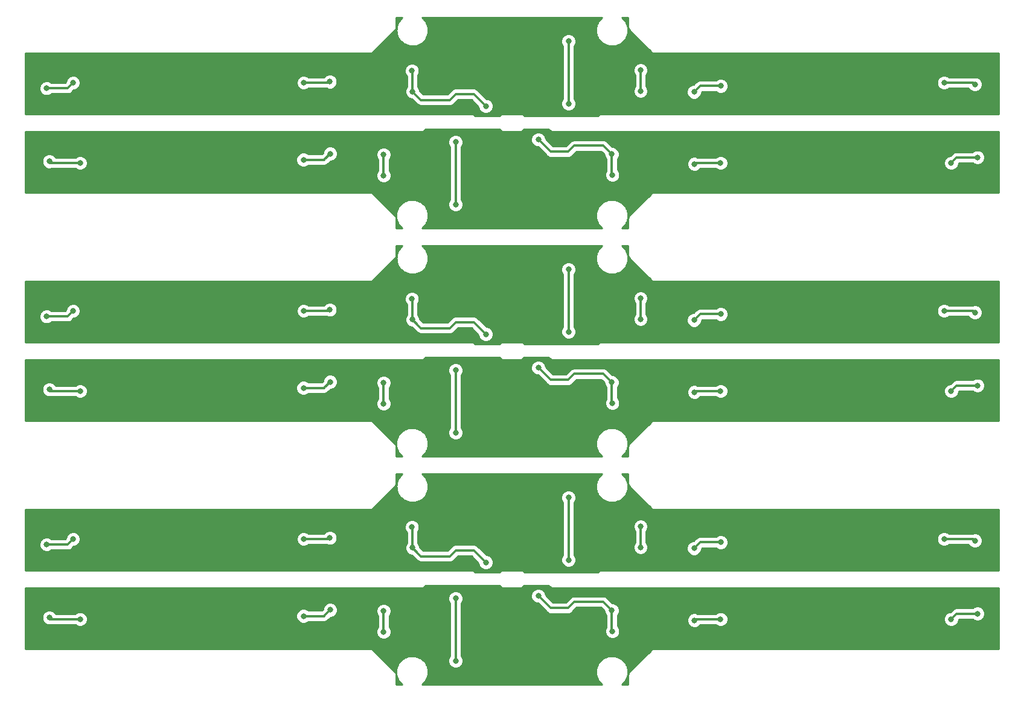
<source format=gtl>
G04 #@! TF.GenerationSoftware,KiCad,Pcbnew,(5.0.0)*
G04 #@! TF.CreationDate,2019-02-16T18:39:58+09:00*
G04 #@! TF.ProjectId,lancer_sensorboard_v3,6C616E6365725F73656E736F72626F61,rev?*
G04 #@! TF.SameCoordinates,Original*
G04 #@! TF.FileFunction,Copper,L1,Top,Signal*
G04 #@! TF.FilePolarity,Positive*
%FSLAX46Y46*%
G04 Gerber Fmt 4.6, Leading zero omitted, Abs format (unit mm)*
G04 Created by KiCad (PCBNEW (5.0.0)) date 02/16/19 18:39:58*
%MOMM*%
%LPD*%
G01*
G04 APERTURE LIST*
G04 #@! TA.AperFunction,ViaPad*
%ADD10C,0.800000*%
G04 #@! TD*
G04 #@! TA.AperFunction,Conductor*
%ADD11C,0.300000*%
G04 #@! TD*
G04 #@! TA.AperFunction,NonConductor*
%ADD12C,0.254000*%
G04 #@! TD*
G04 APERTURE END LIST*
D10*
G04 #@! TO.N,*
X123686346Y-135850000D03*
X101986346Y-137950000D03*
X133986352Y-137899990D03*
X94486346Y-137824990D03*
X134054525Y-140799990D03*
X55110666Y-138899320D03*
X112086346Y-144950000D03*
X129586350Y-137850000D03*
X56986350Y-141350000D03*
X105986346Y-136349998D03*
X62811346Y-141350000D03*
X153586346Y-141400000D03*
X145561346Y-139275000D03*
X93611346Y-141300000D03*
X138086346Y-136850000D03*
X126586346Y-135850000D03*
X86286346Y-141350000D03*
X149236346Y-139125000D03*
X146711346Y-141424990D03*
X181561346Y-139125000D03*
X119986346Y-136174998D03*
X181261346Y-141375000D03*
X105986346Y-141550000D03*
X59411348Y-139125000D03*
X112086346Y-136200010D03*
X138086330Y-141350000D03*
X175036346Y-141400000D03*
X185261346Y-138350000D03*
X128336347Y-145275001D03*
X101986346Y-140899990D03*
X90736346Y-138675000D03*
X116313654Y-131150000D03*
X138013654Y-129050000D03*
X106013648Y-129100010D03*
X145513654Y-129175010D03*
X105945475Y-126200010D03*
X184889334Y-128100680D03*
X127913654Y-122050000D03*
X110413650Y-129150000D03*
X183013650Y-125650000D03*
X134013654Y-130650002D03*
X177188654Y-125650000D03*
X86413654Y-125600000D03*
X94438654Y-127725000D03*
X146388654Y-125700000D03*
X101913654Y-130150000D03*
X113413654Y-131150000D03*
X153713654Y-125650000D03*
X90763654Y-127875000D03*
X93288654Y-125575010D03*
X58438654Y-127875000D03*
X120013654Y-130825002D03*
X58738654Y-125625000D03*
X134013654Y-125450000D03*
X180588652Y-127875000D03*
X127913654Y-130799990D03*
X101913670Y-125650000D03*
X64963654Y-125600000D03*
X54738654Y-128650000D03*
X111663653Y-121724999D03*
X138013654Y-126100010D03*
X149263654Y-128325000D03*
X123686346Y-103850000D03*
X101986346Y-105950000D03*
X133986352Y-105899990D03*
X94486346Y-105824990D03*
X134054525Y-108799990D03*
X55110666Y-106899320D03*
X112086346Y-112950000D03*
X129586350Y-105850000D03*
X56986350Y-109350000D03*
X105986346Y-104349998D03*
X62811346Y-109350000D03*
X153586346Y-109400000D03*
X145561346Y-107275000D03*
X93611346Y-109300000D03*
X138086346Y-104850000D03*
X126586346Y-103850000D03*
X86286346Y-109350000D03*
X149236346Y-107125000D03*
X146711346Y-109424990D03*
X181561346Y-107125000D03*
X119986346Y-104174998D03*
X181261346Y-109375000D03*
X105986346Y-109550000D03*
X59411348Y-107125000D03*
X112086346Y-104200010D03*
X138086330Y-109350000D03*
X175036346Y-109400000D03*
X185261346Y-106350000D03*
X128336347Y-113275001D03*
X101986346Y-108899990D03*
X90736346Y-106675000D03*
X116313654Y-99150000D03*
X138013654Y-97050000D03*
X106013648Y-97100010D03*
X145513654Y-97175010D03*
X105945475Y-94200010D03*
X184889334Y-96100680D03*
X127913654Y-90050000D03*
X110413650Y-97150000D03*
X183013650Y-93650000D03*
X134013654Y-98650002D03*
X177188654Y-93650000D03*
X86413654Y-93600000D03*
X94438654Y-95725000D03*
X146388654Y-93700000D03*
X101913654Y-98150000D03*
X113413654Y-99150000D03*
X153713654Y-93650000D03*
X90763654Y-95875000D03*
X93288654Y-93575010D03*
X58438654Y-95875000D03*
X120013654Y-98825002D03*
X58738654Y-93625000D03*
X134013654Y-93450000D03*
X180588652Y-95875000D03*
X127913654Y-98799990D03*
X101913670Y-93650000D03*
X64963654Y-93600000D03*
X54738654Y-96650000D03*
X111663653Y-89724999D03*
X138013654Y-94100010D03*
X149263654Y-96325000D03*
X123686346Y-71850000D03*
X101986346Y-73950000D03*
X133986352Y-73899990D03*
X94486346Y-73824990D03*
X134054525Y-76799990D03*
X55110666Y-74899320D03*
X112086346Y-80950000D03*
X129586350Y-73850000D03*
X56986350Y-77350000D03*
X105986346Y-72349998D03*
X62811346Y-77350000D03*
X153586346Y-77400000D03*
X145561346Y-75275000D03*
X93611346Y-77300000D03*
X138086346Y-72850000D03*
X126586346Y-71850000D03*
X86286346Y-77350000D03*
X149236346Y-75125000D03*
X146711346Y-77424990D03*
X181561346Y-75125000D03*
X119986346Y-72174998D03*
X181261346Y-77375000D03*
X105986346Y-77550000D03*
X59411348Y-75125000D03*
X112086346Y-72200010D03*
X138086330Y-77350000D03*
X175036346Y-77400000D03*
X185261346Y-74350000D03*
X128336347Y-81275001D03*
X101986346Y-76899990D03*
X90736346Y-74675000D03*
X116313654Y-67150000D03*
X138013654Y-65050000D03*
X106013648Y-65100010D03*
X145513654Y-65175010D03*
X105945475Y-62200010D03*
X184889334Y-64100680D03*
X127913654Y-58050000D03*
X110413650Y-65150000D03*
X183013650Y-61650000D03*
X134013654Y-66650002D03*
X177188654Y-61650000D03*
X86413654Y-61600000D03*
X94438654Y-63725000D03*
X146388654Y-61700000D03*
X101913654Y-66150000D03*
X113413654Y-67150000D03*
X153713654Y-61650000D03*
X90763654Y-63875000D03*
X93288654Y-61575010D03*
X58438654Y-63875000D03*
X120013654Y-66825002D03*
X58738654Y-61625000D03*
X134013654Y-61450000D03*
X180588652Y-63875000D03*
X127913654Y-66799990D03*
X101913670Y-61650000D03*
X64963654Y-61600000D03*
X54738654Y-64650000D03*
X111663653Y-57724999D03*
X138013654Y-62100010D03*
X149263654Y-64325000D03*
G04 #@! TD*
D11*
G04 #@! TO.N,*
X149236346Y-139125000D02*
X145711346Y-139125000D01*
X133986352Y-137899990D02*
X133986352Y-140731817D01*
X125386346Y-137550000D02*
X127884342Y-137550000D01*
X133186353Y-137099991D02*
X133986352Y-137899990D01*
X128734344Y-136699998D02*
X132786360Y-136699998D01*
X127884342Y-137550000D02*
X128734344Y-136699998D01*
X132786360Y-136699998D02*
X133186353Y-137099991D01*
X123686346Y-135850000D02*
X125386346Y-137550000D01*
X93611346Y-141300000D02*
X86336346Y-141300000D01*
X182336346Y-138350000D02*
X181561346Y-139125000D01*
X145711346Y-139125000D02*
X145561346Y-139275000D01*
X101986346Y-137950000D02*
X101986346Y-140899990D01*
X86336346Y-141300000D02*
X86286346Y-141350000D01*
X55336346Y-139125000D02*
X55110666Y-138899320D01*
X185261346Y-138350000D02*
X182336346Y-138350000D01*
X90736346Y-138675000D02*
X93636336Y-138675000D01*
X93636336Y-138675000D02*
X93686347Y-138624989D01*
X59411348Y-139125000D02*
X55336346Y-139125000D01*
X93686347Y-138624989D02*
X94486346Y-137824990D01*
X128311346Y-144875000D02*
X128311346Y-145250000D01*
X125186356Y-134450010D02*
X125786347Y-135050001D01*
X128336347Y-145275001D02*
X128336347Y-139100003D01*
X153586346Y-141400000D02*
X146736336Y-141400000D01*
X128336347Y-139100003D02*
X128786351Y-138649999D01*
X105986346Y-136349998D02*
X105986346Y-141550000D01*
X118261358Y-134450010D02*
X107886334Y-134450010D01*
X119986346Y-136174998D02*
X118261358Y-134450010D01*
X133986352Y-140731817D02*
X134054525Y-140799990D01*
X119986346Y-136174998D02*
X121711334Y-134450010D01*
X128311346Y-145250000D02*
X128336347Y-145275001D01*
X62811346Y-141350000D02*
X56986350Y-141350000D01*
X138086346Y-141349984D02*
X138086330Y-141350000D01*
X128786351Y-138649999D02*
X129586350Y-137850000D01*
X181236346Y-141400000D02*
X181261346Y-141375000D01*
X125786347Y-135050001D02*
X126586346Y-135850000D01*
X175036346Y-141400000D02*
X181236346Y-141400000D01*
X107886334Y-134450010D02*
X106786345Y-135549999D01*
X121711334Y-134450010D02*
X125186356Y-134450010D01*
X106786345Y-135549999D02*
X105986346Y-136349998D01*
X112086346Y-144950000D02*
X112086346Y-136200010D01*
X146736336Y-141400000D02*
X146711346Y-141424990D01*
X138086346Y-136850000D02*
X138086346Y-141349984D01*
X90763654Y-127875000D02*
X94288654Y-127875000D01*
X106013648Y-129100010D02*
X106013648Y-126268183D01*
X114613654Y-129450000D02*
X112115658Y-129450000D01*
X106813647Y-129900009D02*
X106013648Y-129100010D01*
X111265656Y-130300002D02*
X107213640Y-130300002D01*
X112115658Y-129450000D02*
X111265656Y-130300002D01*
X107213640Y-130300002D02*
X106813647Y-129900009D01*
X116313654Y-131150000D02*
X114613654Y-129450000D01*
X146388654Y-125700000D02*
X153663654Y-125700000D01*
X57663654Y-128650000D02*
X58438654Y-127875000D01*
X94288654Y-127875000D02*
X94438654Y-127725000D01*
X138013654Y-129050000D02*
X138013654Y-126100010D01*
X153663654Y-125700000D02*
X153713654Y-125650000D01*
X184663654Y-127875000D02*
X184889334Y-128100680D01*
X54738654Y-128650000D02*
X57663654Y-128650000D01*
X149263654Y-128325000D02*
X146363664Y-128325000D01*
X146363664Y-128325000D02*
X146313653Y-128375011D01*
X180588652Y-127875000D02*
X184663654Y-127875000D01*
X146313653Y-128375011D02*
X145513654Y-129175010D01*
X111688654Y-122125000D02*
X111688654Y-121750000D01*
X114813644Y-132549990D02*
X114213653Y-131949999D01*
X111663653Y-121724999D02*
X111663653Y-127899997D01*
X86413654Y-125600000D02*
X93263664Y-125600000D01*
X111663653Y-127899997D02*
X111213649Y-128350001D01*
X134013654Y-130650002D02*
X134013654Y-125450000D01*
X121738642Y-132549990D02*
X132113666Y-132549990D01*
X120013654Y-130825002D02*
X121738642Y-132549990D01*
X106013648Y-126268183D02*
X105945475Y-126200010D01*
X120013654Y-130825002D02*
X118288666Y-132549990D01*
X111688654Y-121750000D02*
X111663653Y-121724999D01*
X177188654Y-125650000D02*
X183013650Y-125650000D01*
X101913654Y-125650016D02*
X101913670Y-125650000D01*
X111213649Y-128350001D02*
X110413650Y-129150000D01*
X58763654Y-125600000D02*
X58738654Y-125625000D01*
X114213653Y-131949999D02*
X113413654Y-131150000D01*
X64963654Y-125600000D02*
X58763654Y-125600000D01*
X132113666Y-132549990D02*
X133213655Y-131450001D01*
X118288666Y-132549990D02*
X114813644Y-132549990D01*
X133213655Y-131450001D02*
X134013654Y-130650002D01*
X127913654Y-122050000D02*
X127913654Y-130799990D01*
X93263664Y-125600000D02*
X93288654Y-125575010D01*
X101913654Y-130150000D02*
X101913654Y-125650016D01*
X149236346Y-107125000D02*
X145711346Y-107125000D01*
X133986352Y-105899990D02*
X133986352Y-108731817D01*
X125386346Y-105550000D02*
X127884342Y-105550000D01*
X133186353Y-105099991D02*
X133986352Y-105899990D01*
X128734344Y-104699998D02*
X132786360Y-104699998D01*
X127884342Y-105550000D02*
X128734344Y-104699998D01*
X132786360Y-104699998D02*
X133186353Y-105099991D01*
X123686346Y-103850000D02*
X125386346Y-105550000D01*
X93611346Y-109300000D02*
X86336346Y-109300000D01*
X182336346Y-106350000D02*
X181561346Y-107125000D01*
X145711346Y-107125000D02*
X145561346Y-107275000D01*
X101986346Y-105950000D02*
X101986346Y-108899990D01*
X86336346Y-109300000D02*
X86286346Y-109350000D01*
X55336346Y-107125000D02*
X55110666Y-106899320D01*
X185261346Y-106350000D02*
X182336346Y-106350000D01*
X90736346Y-106675000D02*
X93636336Y-106675000D01*
X93636336Y-106675000D02*
X93686347Y-106624989D01*
X59411348Y-107125000D02*
X55336346Y-107125000D01*
X93686347Y-106624989D02*
X94486346Y-105824990D01*
X128311346Y-112875000D02*
X128311346Y-113250000D01*
X125186356Y-102450010D02*
X125786347Y-103050001D01*
X128336347Y-113275001D02*
X128336347Y-107100003D01*
X153586346Y-109400000D02*
X146736336Y-109400000D01*
X128336347Y-107100003D02*
X128786351Y-106649999D01*
X105986346Y-104349998D02*
X105986346Y-109550000D01*
X118261358Y-102450010D02*
X107886334Y-102450010D01*
X119986346Y-104174998D02*
X118261358Y-102450010D01*
X133986352Y-108731817D02*
X134054525Y-108799990D01*
X119986346Y-104174998D02*
X121711334Y-102450010D01*
X128311346Y-113250000D02*
X128336347Y-113275001D01*
X62811346Y-109350000D02*
X56986350Y-109350000D01*
X138086346Y-109349984D02*
X138086330Y-109350000D01*
X128786351Y-106649999D02*
X129586350Y-105850000D01*
X181236346Y-109400000D02*
X181261346Y-109375000D01*
X125786347Y-103050001D02*
X126586346Y-103850000D01*
X175036346Y-109400000D02*
X181236346Y-109400000D01*
X107886334Y-102450010D02*
X106786345Y-103549999D01*
X121711334Y-102450010D02*
X125186356Y-102450010D01*
X106786345Y-103549999D02*
X105986346Y-104349998D01*
X112086346Y-112950000D02*
X112086346Y-104200010D01*
X146736336Y-109400000D02*
X146711346Y-109424990D01*
X138086346Y-104850000D02*
X138086346Y-109349984D01*
X90763654Y-95875000D02*
X94288654Y-95875000D01*
X106013648Y-97100010D02*
X106013648Y-94268183D01*
X114613654Y-97450000D02*
X112115658Y-97450000D01*
X106813647Y-97900009D02*
X106013648Y-97100010D01*
X111265656Y-98300002D02*
X107213640Y-98300002D01*
X112115658Y-97450000D02*
X111265656Y-98300002D01*
X107213640Y-98300002D02*
X106813647Y-97900009D01*
X116313654Y-99150000D02*
X114613654Y-97450000D01*
X146388654Y-93700000D02*
X153663654Y-93700000D01*
X57663654Y-96650000D02*
X58438654Y-95875000D01*
X94288654Y-95875000D02*
X94438654Y-95725000D01*
X138013654Y-97050000D02*
X138013654Y-94100010D01*
X153663654Y-93700000D02*
X153713654Y-93650000D01*
X184663654Y-95875000D02*
X184889334Y-96100680D01*
X54738654Y-96650000D02*
X57663654Y-96650000D01*
X149263654Y-96325000D02*
X146363664Y-96325000D01*
X146363664Y-96325000D02*
X146313653Y-96375011D01*
X180588652Y-95875000D02*
X184663654Y-95875000D01*
X146313653Y-96375011D02*
X145513654Y-97175010D01*
X111688654Y-90125000D02*
X111688654Y-89750000D01*
X114813644Y-100549990D02*
X114213653Y-99949999D01*
X111663653Y-89724999D02*
X111663653Y-95899997D01*
X86413654Y-93600000D02*
X93263664Y-93600000D01*
X111663653Y-95899997D02*
X111213649Y-96350001D01*
X134013654Y-98650002D02*
X134013654Y-93450000D01*
X121738642Y-100549990D02*
X132113666Y-100549990D01*
X120013654Y-98825002D02*
X121738642Y-100549990D01*
X106013648Y-94268183D02*
X105945475Y-94200010D01*
X120013654Y-98825002D02*
X118288666Y-100549990D01*
X111688654Y-89750000D02*
X111663653Y-89724999D01*
X177188654Y-93650000D02*
X183013650Y-93650000D01*
X101913654Y-93650016D02*
X101913670Y-93650000D01*
X111213649Y-96350001D02*
X110413650Y-97150000D01*
X58763654Y-93600000D02*
X58738654Y-93625000D01*
X114213653Y-99949999D02*
X113413654Y-99150000D01*
X64963654Y-93600000D02*
X58763654Y-93600000D01*
X132113666Y-100549990D02*
X133213655Y-99450001D01*
X118288666Y-100549990D02*
X114813644Y-100549990D01*
X133213655Y-99450001D02*
X134013654Y-98650002D01*
X127913654Y-90050000D02*
X127913654Y-98799990D01*
X93263664Y-93600000D02*
X93288654Y-93575010D01*
X101913654Y-98150000D02*
X101913654Y-93650016D01*
X149236346Y-75125000D02*
X145711346Y-75125000D01*
X133986352Y-73899990D02*
X133986352Y-76731817D01*
X125386346Y-73550000D02*
X127884342Y-73550000D01*
X133186353Y-73099991D02*
X133986352Y-73899990D01*
X128734344Y-72699998D02*
X132786360Y-72699998D01*
X127884342Y-73550000D02*
X128734344Y-72699998D01*
X132786360Y-72699998D02*
X133186353Y-73099991D01*
X123686346Y-71850000D02*
X125386346Y-73550000D01*
X93611346Y-77300000D02*
X86336346Y-77300000D01*
X182336346Y-74350000D02*
X181561346Y-75125000D01*
X145711346Y-75125000D02*
X145561346Y-75275000D01*
X101986346Y-73950000D02*
X101986346Y-76899990D01*
X86336346Y-77300000D02*
X86286346Y-77350000D01*
X55336346Y-75125000D02*
X55110666Y-74899320D01*
X185261346Y-74350000D02*
X182336346Y-74350000D01*
X90736346Y-74675000D02*
X93636336Y-74675000D01*
X93636336Y-74675000D02*
X93686347Y-74624989D01*
X59411348Y-75125000D02*
X55336346Y-75125000D01*
X93686347Y-74624989D02*
X94486346Y-73824990D01*
X128311346Y-80875000D02*
X128311346Y-81250000D01*
X125186356Y-70450010D02*
X125786347Y-71050001D01*
X128336347Y-81275001D02*
X128336347Y-75100003D01*
X153586346Y-77400000D02*
X146736336Y-77400000D01*
X128336347Y-75100003D02*
X128786351Y-74649999D01*
X105986346Y-72349998D02*
X105986346Y-77550000D01*
X118261358Y-70450010D02*
X107886334Y-70450010D01*
X119986346Y-72174998D02*
X118261358Y-70450010D01*
X133986352Y-76731817D02*
X134054525Y-76799990D01*
X119986346Y-72174998D02*
X121711334Y-70450010D01*
X128311346Y-81250000D02*
X128336347Y-81275001D01*
X62811346Y-77350000D02*
X56986350Y-77350000D01*
X138086346Y-77349984D02*
X138086330Y-77350000D01*
X128786351Y-74649999D02*
X129586350Y-73850000D01*
X181236346Y-77400000D02*
X181261346Y-77375000D01*
X125786347Y-71050001D02*
X126586346Y-71850000D01*
X175036346Y-77400000D02*
X181236346Y-77400000D01*
X107886334Y-70450010D02*
X106786345Y-71549999D01*
X121711334Y-70450010D02*
X125186356Y-70450010D01*
X106786345Y-71549999D02*
X105986346Y-72349998D01*
X112086346Y-80950000D02*
X112086346Y-72200010D01*
X146736336Y-77400000D02*
X146711346Y-77424990D01*
X138086346Y-72850000D02*
X138086346Y-77349984D01*
X90763654Y-63875000D02*
X94288654Y-63875000D01*
X106013648Y-65100010D02*
X106013648Y-62268183D01*
X114613654Y-65450000D02*
X112115658Y-65450000D01*
X106813647Y-65900009D02*
X106013648Y-65100010D01*
X111265656Y-66300002D02*
X107213640Y-66300002D01*
X112115658Y-65450000D02*
X111265656Y-66300002D01*
X107213640Y-66300002D02*
X106813647Y-65900009D01*
X116313654Y-67150000D02*
X114613654Y-65450000D01*
X146388654Y-61700000D02*
X153663654Y-61700000D01*
X57663654Y-64650000D02*
X58438654Y-63875000D01*
X94288654Y-63875000D02*
X94438654Y-63725000D01*
X138013654Y-65050000D02*
X138013654Y-62100010D01*
X153663654Y-61700000D02*
X153713654Y-61650000D01*
X184663654Y-63875000D02*
X184889334Y-64100680D01*
X54738654Y-64650000D02*
X57663654Y-64650000D01*
X149263654Y-64325000D02*
X146363664Y-64325000D01*
X146363664Y-64325000D02*
X146313653Y-64375011D01*
X180588652Y-63875000D02*
X184663654Y-63875000D01*
X146313653Y-64375011D02*
X145513654Y-65175010D01*
X111688654Y-58125000D02*
X111688654Y-57750000D01*
X114813644Y-68549990D02*
X114213653Y-67949999D01*
X111663653Y-57724999D02*
X111663653Y-63899997D01*
X86413654Y-61600000D02*
X93263664Y-61600000D01*
X111663653Y-63899997D02*
X111213649Y-64350001D01*
X134013654Y-66650002D02*
X134013654Y-61450000D01*
X121738642Y-68549990D02*
X132113666Y-68549990D01*
X120013654Y-66825002D02*
X121738642Y-68549990D01*
X106013648Y-62268183D02*
X105945475Y-62200010D01*
X120013654Y-66825002D02*
X118288666Y-68549990D01*
X111688654Y-57750000D02*
X111663653Y-57724999D01*
X177188654Y-61650000D02*
X183013650Y-61650000D01*
X101913654Y-61650016D02*
X101913670Y-61650000D01*
X111213649Y-64350001D02*
X110413650Y-65150000D01*
X58763654Y-61600000D02*
X58738654Y-61625000D01*
X114213653Y-67949999D02*
X113413654Y-67150000D01*
X64963654Y-61600000D02*
X58763654Y-61600000D01*
X132113666Y-68549990D02*
X133213655Y-67450001D01*
X118288666Y-68549990D02*
X114813644Y-68549990D01*
X133213655Y-67450001D02*
X134013654Y-66650002D01*
X127913654Y-58050000D02*
X127913654Y-66799990D01*
X93263664Y-61600000D02*
X93288654Y-61575010D01*
X101913654Y-66150000D02*
X101913654Y-61650016D01*
G04 #@! TD*
D12*
G36*
X188265001Y-143265000D02*
X140072388Y-143265000D01*
X140000000Y-143250601D01*
X139927612Y-143265000D01*
X139713217Y-143307646D01*
X139470095Y-143470095D01*
X139429091Y-143531463D01*
X136531463Y-146429091D01*
X136470096Y-146470095D01*
X136429092Y-146531462D01*
X136429091Y-146531463D01*
X136307646Y-146713218D01*
X136250602Y-147000000D01*
X136265001Y-147072389D01*
X136265000Y-148265000D01*
X135382113Y-148265000D01*
X135553046Y-148094067D01*
X135781800Y-147882609D01*
X135802069Y-147845044D01*
X135881087Y-147766026D01*
X136001305Y-147475793D01*
X136133422Y-147230938D01*
X136154042Y-147107056D01*
X136221346Y-146944569D01*
X136221346Y-146702695D01*
X136255000Y-146500504D01*
X136254722Y-146465084D01*
X136221346Y-146282335D01*
X136221346Y-146055431D01*
X136147225Y-145876487D01*
X136121686Y-145736650D01*
X135997309Y-145514559D01*
X135881087Y-145233974D01*
X135788098Y-145140985D01*
X135759871Y-145090582D01*
X135547309Y-144900196D01*
X135252372Y-144605259D01*
X134430915Y-144265000D01*
X133921790Y-144265000D01*
X133787786Y-144255512D01*
X133752002Y-144265000D01*
X133541777Y-144265000D01*
X133167855Y-144419884D01*
X133072035Y-144445290D01*
X133015792Y-144482870D01*
X132720320Y-144605259D01*
X132494177Y-144831402D01*
X132456346Y-144856680D01*
X132415894Y-144909685D01*
X132091605Y-145233974D01*
X131751346Y-146055431D01*
X131751346Y-146944569D01*
X132091605Y-147766026D01*
X132439175Y-148113596D01*
X132482357Y-148168372D01*
X132515080Y-148189501D01*
X132590579Y-148265000D01*
X107382113Y-148265000D01*
X107553046Y-148094067D01*
X107781800Y-147882609D01*
X107802069Y-147845044D01*
X107881087Y-147766026D01*
X108001305Y-147475793D01*
X108133422Y-147230938D01*
X108154042Y-147107056D01*
X108221346Y-146944569D01*
X108221346Y-146702695D01*
X108255000Y-146500504D01*
X108254722Y-146465084D01*
X108221346Y-146282335D01*
X108221346Y-146055431D01*
X108147225Y-145876487D01*
X108121686Y-145736650D01*
X107997309Y-145514559D01*
X107881087Y-145233974D01*
X107788098Y-145140985D01*
X107759871Y-145090582D01*
X107547309Y-144900196D01*
X107252372Y-144605259D01*
X106430915Y-144265000D01*
X105921790Y-144265000D01*
X105787786Y-144255512D01*
X105752002Y-144265000D01*
X105541777Y-144265000D01*
X105167855Y-144419884D01*
X105072035Y-144445290D01*
X105015792Y-144482870D01*
X104720320Y-144605259D01*
X104494177Y-144831402D01*
X104456346Y-144856680D01*
X104415894Y-144909685D01*
X104091605Y-145233974D01*
X103751346Y-146055431D01*
X103751346Y-146944569D01*
X104091605Y-147766026D01*
X104439175Y-148113596D01*
X104482357Y-148168372D01*
X104515080Y-148189501D01*
X104590579Y-148265000D01*
X103735000Y-148265000D01*
X103735000Y-147072388D01*
X103749399Y-147000000D01*
X103692354Y-146713218D01*
X103692354Y-146713217D01*
X103529905Y-146470095D01*
X103468538Y-146429091D01*
X100570911Y-143531465D01*
X100529905Y-143470095D01*
X100286783Y-143307646D01*
X100072388Y-143265000D01*
X100072384Y-143265000D01*
X100000000Y-143250602D01*
X99927616Y-143265000D01*
X51735000Y-143265000D01*
X51735000Y-138693446D01*
X54075666Y-138693446D01*
X54075666Y-139105194D01*
X54233235Y-139485600D01*
X54524386Y-139776751D01*
X54904792Y-139934320D01*
X55316540Y-139934320D01*
X55339774Y-139924696D01*
X55413658Y-139910000D01*
X58732637Y-139910000D01*
X58825068Y-140002431D01*
X59205474Y-140160000D01*
X59617222Y-140160000D01*
X59997628Y-140002431D01*
X60288779Y-139711280D01*
X60446348Y-139330874D01*
X60446348Y-138919126D01*
X60288779Y-138538720D01*
X60219185Y-138469126D01*
X89701346Y-138469126D01*
X89701346Y-138880874D01*
X89858915Y-139261280D01*
X90150066Y-139552431D01*
X90530472Y-139710000D01*
X90942220Y-139710000D01*
X91322626Y-139552431D01*
X91415057Y-139460000D01*
X93559024Y-139460000D01*
X93636336Y-139475378D01*
X93713648Y-139460000D01*
X93713652Y-139460000D01*
X93942628Y-139414454D01*
X94202289Y-139240953D01*
X94246085Y-139175408D01*
X94561503Y-138859990D01*
X94692220Y-138859990D01*
X95072626Y-138702421D01*
X95363777Y-138411270D01*
X95521346Y-138030864D01*
X95521346Y-137744126D01*
X100951346Y-137744126D01*
X100951346Y-138155874D01*
X101108915Y-138536280D01*
X101201346Y-138628711D01*
X101201347Y-140221278D01*
X101108915Y-140313710D01*
X100951346Y-140694116D01*
X100951346Y-141105864D01*
X101108915Y-141486270D01*
X101400066Y-141777421D01*
X101780472Y-141934990D01*
X102192220Y-141934990D01*
X102572626Y-141777421D01*
X102863777Y-141486270D01*
X103021346Y-141105864D01*
X103021346Y-140694116D01*
X102863777Y-140313710D01*
X102771346Y-140221279D01*
X102771346Y-138628711D01*
X102863777Y-138536280D01*
X103021346Y-138155874D01*
X103021346Y-137744126D01*
X102863777Y-137363720D01*
X102572626Y-137072569D01*
X102192220Y-136915000D01*
X101780472Y-136915000D01*
X101400066Y-137072569D01*
X101108915Y-137363720D01*
X100951346Y-137744126D01*
X95521346Y-137744126D01*
X95521346Y-137619116D01*
X95363777Y-137238710D01*
X95072626Y-136947559D01*
X94692220Y-136789990D01*
X94280472Y-136789990D01*
X93900066Y-136947559D01*
X93608915Y-137238710D01*
X93451346Y-137619116D01*
X93451346Y-137749833D01*
X93311179Y-137890000D01*
X91415057Y-137890000D01*
X91322626Y-137797569D01*
X90942220Y-137640000D01*
X90530472Y-137640000D01*
X90150066Y-137797569D01*
X89858915Y-138088720D01*
X89701346Y-138469126D01*
X60219185Y-138469126D01*
X59997628Y-138247569D01*
X59617222Y-138090000D01*
X59205474Y-138090000D01*
X58825068Y-138247569D01*
X58732637Y-138340000D01*
X55999264Y-138340000D01*
X55988097Y-138313040D01*
X55696946Y-138021889D01*
X55316540Y-137864320D01*
X54904792Y-137864320D01*
X54524386Y-138021889D01*
X54233235Y-138313040D01*
X54075666Y-138693446D01*
X51735000Y-138693446D01*
X51735000Y-135994136D01*
X111051346Y-135994136D01*
X111051346Y-136405884D01*
X111208915Y-136786290D01*
X111301347Y-136878722D01*
X111301346Y-144271289D01*
X111208915Y-144363720D01*
X111051346Y-144744126D01*
X111051346Y-145155874D01*
X111208915Y-145536280D01*
X111500066Y-145827431D01*
X111880472Y-145985000D01*
X112292220Y-145985000D01*
X112672626Y-145827431D01*
X112963777Y-145536280D01*
X113121346Y-145155874D01*
X113121346Y-144744126D01*
X112963777Y-144363720D01*
X112871346Y-144271289D01*
X112871346Y-136878721D01*
X112963777Y-136786290D01*
X113121346Y-136405884D01*
X113121346Y-135994136D01*
X112976368Y-135644126D01*
X122651346Y-135644126D01*
X122651346Y-136055874D01*
X122808915Y-136436280D01*
X123100066Y-136727431D01*
X123480472Y-136885000D01*
X123611189Y-136885000D01*
X124776599Y-138050411D01*
X124820393Y-138115953D01*
X124885935Y-138159747D01*
X124885937Y-138159749D01*
X125006041Y-138240000D01*
X125080054Y-138289454D01*
X125309030Y-138335000D01*
X125309033Y-138335000D01*
X125386345Y-138350378D01*
X125463657Y-138335000D01*
X127807030Y-138335000D01*
X127884342Y-138350378D01*
X127961654Y-138335000D01*
X127961658Y-138335000D01*
X128190634Y-138289454D01*
X128450295Y-138115953D01*
X128494091Y-138050408D01*
X129059502Y-137484998D01*
X132461204Y-137484998D01*
X132576602Y-137600397D01*
X132951352Y-137975147D01*
X132951352Y-138105864D01*
X133108921Y-138486270D01*
X133201352Y-138578701D01*
X133201353Y-140189451D01*
X133177094Y-140213710D01*
X133019525Y-140594116D01*
X133019525Y-141005864D01*
X133177094Y-141386270D01*
X133468245Y-141677421D01*
X133848651Y-141834990D01*
X134260399Y-141834990D01*
X134640805Y-141677421D01*
X134931956Y-141386270D01*
X135089525Y-141005864D01*
X135089525Y-140594116D01*
X134931956Y-140213710D01*
X134771352Y-140053106D01*
X134771352Y-139069126D01*
X144526346Y-139069126D01*
X144526346Y-139480874D01*
X144683915Y-139861280D01*
X144975066Y-140152431D01*
X145355472Y-140310000D01*
X145767220Y-140310000D01*
X146147626Y-140152431D01*
X146390057Y-139910000D01*
X148557635Y-139910000D01*
X148650066Y-140002431D01*
X149030472Y-140160000D01*
X149442220Y-140160000D01*
X149822626Y-140002431D01*
X150113777Y-139711280D01*
X150271346Y-139330874D01*
X150271346Y-138919126D01*
X180526346Y-138919126D01*
X180526346Y-139330874D01*
X180683915Y-139711280D01*
X180975066Y-140002431D01*
X181355472Y-140160000D01*
X181767220Y-140160000D01*
X182147626Y-140002431D01*
X182438777Y-139711280D01*
X182596346Y-139330874D01*
X182596346Y-139200157D01*
X182661503Y-139135000D01*
X184582635Y-139135000D01*
X184675066Y-139227431D01*
X185055472Y-139385000D01*
X185467220Y-139385000D01*
X185847626Y-139227431D01*
X186138777Y-138936280D01*
X186296346Y-138555874D01*
X186296346Y-138144126D01*
X186138777Y-137763720D01*
X185847626Y-137472569D01*
X185467220Y-137315000D01*
X185055472Y-137315000D01*
X184675066Y-137472569D01*
X184582635Y-137565000D01*
X182413658Y-137565000D01*
X182336346Y-137549622D01*
X182259034Y-137565000D01*
X182259030Y-137565000D01*
X182030054Y-137610546D01*
X181770393Y-137784047D01*
X181726597Y-137849592D01*
X181486189Y-138090000D01*
X181355472Y-138090000D01*
X180975066Y-138247569D01*
X180683915Y-138538720D01*
X180526346Y-138919126D01*
X150271346Y-138919126D01*
X150113777Y-138538720D01*
X149822626Y-138247569D01*
X149442220Y-138090000D01*
X149030472Y-138090000D01*
X148650066Y-138247569D01*
X148557635Y-138340000D01*
X146008642Y-138340000D01*
X145767220Y-138240000D01*
X145355472Y-138240000D01*
X144975066Y-138397569D01*
X144683915Y-138688720D01*
X144526346Y-139069126D01*
X134771352Y-139069126D01*
X134771352Y-138578701D01*
X134863783Y-138486270D01*
X135021352Y-138105864D01*
X135021352Y-137694116D01*
X134863783Y-137313710D01*
X134572632Y-137022559D01*
X134192226Y-136864990D01*
X134061509Y-136864990D01*
X133396110Y-136199591D01*
X133352313Y-136134045D01*
X133092652Y-135960544D01*
X132863676Y-135914998D01*
X132863672Y-135914998D01*
X132786360Y-135899620D01*
X132709048Y-135914998D01*
X128811654Y-135914998D01*
X128734343Y-135899620D01*
X128657032Y-135914998D01*
X128657028Y-135914998D01*
X128428052Y-135960544D01*
X128428050Y-135960545D01*
X128428051Y-135960545D01*
X128233935Y-136090249D01*
X128233933Y-136090251D01*
X128168391Y-136134045D01*
X128124597Y-136199587D01*
X127559185Y-136765000D01*
X125711504Y-136765000D01*
X124721346Y-135774843D01*
X124721346Y-135644126D01*
X124563777Y-135263720D01*
X124272626Y-134972569D01*
X123892220Y-134815000D01*
X123480472Y-134815000D01*
X123100066Y-134972569D01*
X122808915Y-135263720D01*
X122651346Y-135644126D01*
X112976368Y-135644126D01*
X112963777Y-135613730D01*
X112672626Y-135322579D01*
X112292220Y-135165010D01*
X111880472Y-135165010D01*
X111500066Y-135322579D01*
X111208915Y-135613730D01*
X111051346Y-135994136D01*
X51735000Y-135994136D01*
X51735000Y-134735000D01*
X188265000Y-134735000D01*
X188265001Y-143265000D01*
X188265001Y-143265000D01*
G37*
X188265001Y-143265000D02*
X140072388Y-143265000D01*
X140000000Y-143250601D01*
X139927612Y-143265000D01*
X139713217Y-143307646D01*
X139470095Y-143470095D01*
X139429091Y-143531463D01*
X136531463Y-146429091D01*
X136470096Y-146470095D01*
X136429092Y-146531462D01*
X136429091Y-146531463D01*
X136307646Y-146713218D01*
X136250602Y-147000000D01*
X136265001Y-147072389D01*
X136265000Y-148265000D01*
X135382113Y-148265000D01*
X135553046Y-148094067D01*
X135781800Y-147882609D01*
X135802069Y-147845044D01*
X135881087Y-147766026D01*
X136001305Y-147475793D01*
X136133422Y-147230938D01*
X136154042Y-147107056D01*
X136221346Y-146944569D01*
X136221346Y-146702695D01*
X136255000Y-146500504D01*
X136254722Y-146465084D01*
X136221346Y-146282335D01*
X136221346Y-146055431D01*
X136147225Y-145876487D01*
X136121686Y-145736650D01*
X135997309Y-145514559D01*
X135881087Y-145233974D01*
X135788098Y-145140985D01*
X135759871Y-145090582D01*
X135547309Y-144900196D01*
X135252372Y-144605259D01*
X134430915Y-144265000D01*
X133921790Y-144265000D01*
X133787786Y-144255512D01*
X133752002Y-144265000D01*
X133541777Y-144265000D01*
X133167855Y-144419884D01*
X133072035Y-144445290D01*
X133015792Y-144482870D01*
X132720320Y-144605259D01*
X132494177Y-144831402D01*
X132456346Y-144856680D01*
X132415894Y-144909685D01*
X132091605Y-145233974D01*
X131751346Y-146055431D01*
X131751346Y-146944569D01*
X132091605Y-147766026D01*
X132439175Y-148113596D01*
X132482357Y-148168372D01*
X132515080Y-148189501D01*
X132590579Y-148265000D01*
X107382113Y-148265000D01*
X107553046Y-148094067D01*
X107781800Y-147882609D01*
X107802069Y-147845044D01*
X107881087Y-147766026D01*
X108001305Y-147475793D01*
X108133422Y-147230938D01*
X108154042Y-147107056D01*
X108221346Y-146944569D01*
X108221346Y-146702695D01*
X108255000Y-146500504D01*
X108254722Y-146465084D01*
X108221346Y-146282335D01*
X108221346Y-146055431D01*
X108147225Y-145876487D01*
X108121686Y-145736650D01*
X107997309Y-145514559D01*
X107881087Y-145233974D01*
X107788098Y-145140985D01*
X107759871Y-145090582D01*
X107547309Y-144900196D01*
X107252372Y-144605259D01*
X106430915Y-144265000D01*
X105921790Y-144265000D01*
X105787786Y-144255512D01*
X105752002Y-144265000D01*
X105541777Y-144265000D01*
X105167855Y-144419884D01*
X105072035Y-144445290D01*
X105015792Y-144482870D01*
X104720320Y-144605259D01*
X104494177Y-144831402D01*
X104456346Y-144856680D01*
X104415894Y-144909685D01*
X104091605Y-145233974D01*
X103751346Y-146055431D01*
X103751346Y-146944569D01*
X104091605Y-147766026D01*
X104439175Y-148113596D01*
X104482357Y-148168372D01*
X104515080Y-148189501D01*
X104590579Y-148265000D01*
X103735000Y-148265000D01*
X103735000Y-147072388D01*
X103749399Y-147000000D01*
X103692354Y-146713218D01*
X103692354Y-146713217D01*
X103529905Y-146470095D01*
X103468538Y-146429091D01*
X100570911Y-143531465D01*
X100529905Y-143470095D01*
X100286783Y-143307646D01*
X100072388Y-143265000D01*
X100072384Y-143265000D01*
X100000000Y-143250602D01*
X99927616Y-143265000D01*
X51735000Y-143265000D01*
X51735000Y-138693446D01*
X54075666Y-138693446D01*
X54075666Y-139105194D01*
X54233235Y-139485600D01*
X54524386Y-139776751D01*
X54904792Y-139934320D01*
X55316540Y-139934320D01*
X55339774Y-139924696D01*
X55413658Y-139910000D01*
X58732637Y-139910000D01*
X58825068Y-140002431D01*
X59205474Y-140160000D01*
X59617222Y-140160000D01*
X59997628Y-140002431D01*
X60288779Y-139711280D01*
X60446348Y-139330874D01*
X60446348Y-138919126D01*
X60288779Y-138538720D01*
X60219185Y-138469126D01*
X89701346Y-138469126D01*
X89701346Y-138880874D01*
X89858915Y-139261280D01*
X90150066Y-139552431D01*
X90530472Y-139710000D01*
X90942220Y-139710000D01*
X91322626Y-139552431D01*
X91415057Y-139460000D01*
X93559024Y-139460000D01*
X93636336Y-139475378D01*
X93713648Y-139460000D01*
X93713652Y-139460000D01*
X93942628Y-139414454D01*
X94202289Y-139240953D01*
X94246085Y-139175408D01*
X94561503Y-138859990D01*
X94692220Y-138859990D01*
X95072626Y-138702421D01*
X95363777Y-138411270D01*
X95521346Y-138030864D01*
X95521346Y-137744126D01*
X100951346Y-137744126D01*
X100951346Y-138155874D01*
X101108915Y-138536280D01*
X101201346Y-138628711D01*
X101201347Y-140221278D01*
X101108915Y-140313710D01*
X100951346Y-140694116D01*
X100951346Y-141105864D01*
X101108915Y-141486270D01*
X101400066Y-141777421D01*
X101780472Y-141934990D01*
X102192220Y-141934990D01*
X102572626Y-141777421D01*
X102863777Y-141486270D01*
X103021346Y-141105864D01*
X103021346Y-140694116D01*
X102863777Y-140313710D01*
X102771346Y-140221279D01*
X102771346Y-138628711D01*
X102863777Y-138536280D01*
X103021346Y-138155874D01*
X103021346Y-137744126D01*
X102863777Y-137363720D01*
X102572626Y-137072569D01*
X102192220Y-136915000D01*
X101780472Y-136915000D01*
X101400066Y-137072569D01*
X101108915Y-137363720D01*
X100951346Y-137744126D01*
X95521346Y-137744126D01*
X95521346Y-137619116D01*
X95363777Y-137238710D01*
X95072626Y-136947559D01*
X94692220Y-136789990D01*
X94280472Y-136789990D01*
X93900066Y-136947559D01*
X93608915Y-137238710D01*
X93451346Y-137619116D01*
X93451346Y-137749833D01*
X93311179Y-137890000D01*
X91415057Y-137890000D01*
X91322626Y-137797569D01*
X90942220Y-137640000D01*
X90530472Y-137640000D01*
X90150066Y-137797569D01*
X89858915Y-138088720D01*
X89701346Y-138469126D01*
X60219185Y-138469126D01*
X59997628Y-138247569D01*
X59617222Y-138090000D01*
X59205474Y-138090000D01*
X58825068Y-138247569D01*
X58732637Y-138340000D01*
X55999264Y-138340000D01*
X55988097Y-138313040D01*
X55696946Y-138021889D01*
X55316540Y-137864320D01*
X54904792Y-137864320D01*
X54524386Y-138021889D01*
X54233235Y-138313040D01*
X54075666Y-138693446D01*
X51735000Y-138693446D01*
X51735000Y-135994136D01*
X111051346Y-135994136D01*
X111051346Y-136405884D01*
X111208915Y-136786290D01*
X111301347Y-136878722D01*
X111301346Y-144271289D01*
X111208915Y-144363720D01*
X111051346Y-144744126D01*
X111051346Y-145155874D01*
X111208915Y-145536280D01*
X111500066Y-145827431D01*
X111880472Y-145985000D01*
X112292220Y-145985000D01*
X112672626Y-145827431D01*
X112963777Y-145536280D01*
X113121346Y-145155874D01*
X113121346Y-144744126D01*
X112963777Y-144363720D01*
X112871346Y-144271289D01*
X112871346Y-136878721D01*
X112963777Y-136786290D01*
X113121346Y-136405884D01*
X113121346Y-135994136D01*
X112976368Y-135644126D01*
X122651346Y-135644126D01*
X122651346Y-136055874D01*
X122808915Y-136436280D01*
X123100066Y-136727431D01*
X123480472Y-136885000D01*
X123611189Y-136885000D01*
X124776599Y-138050411D01*
X124820393Y-138115953D01*
X124885935Y-138159747D01*
X124885937Y-138159749D01*
X125006041Y-138240000D01*
X125080054Y-138289454D01*
X125309030Y-138335000D01*
X125309033Y-138335000D01*
X125386345Y-138350378D01*
X125463657Y-138335000D01*
X127807030Y-138335000D01*
X127884342Y-138350378D01*
X127961654Y-138335000D01*
X127961658Y-138335000D01*
X128190634Y-138289454D01*
X128450295Y-138115953D01*
X128494091Y-138050408D01*
X129059502Y-137484998D01*
X132461204Y-137484998D01*
X132576602Y-137600397D01*
X132951352Y-137975147D01*
X132951352Y-138105864D01*
X133108921Y-138486270D01*
X133201352Y-138578701D01*
X133201353Y-140189451D01*
X133177094Y-140213710D01*
X133019525Y-140594116D01*
X133019525Y-141005864D01*
X133177094Y-141386270D01*
X133468245Y-141677421D01*
X133848651Y-141834990D01*
X134260399Y-141834990D01*
X134640805Y-141677421D01*
X134931956Y-141386270D01*
X135089525Y-141005864D01*
X135089525Y-140594116D01*
X134931956Y-140213710D01*
X134771352Y-140053106D01*
X134771352Y-139069126D01*
X144526346Y-139069126D01*
X144526346Y-139480874D01*
X144683915Y-139861280D01*
X144975066Y-140152431D01*
X145355472Y-140310000D01*
X145767220Y-140310000D01*
X146147626Y-140152431D01*
X146390057Y-139910000D01*
X148557635Y-139910000D01*
X148650066Y-140002431D01*
X149030472Y-140160000D01*
X149442220Y-140160000D01*
X149822626Y-140002431D01*
X150113777Y-139711280D01*
X150271346Y-139330874D01*
X150271346Y-138919126D01*
X180526346Y-138919126D01*
X180526346Y-139330874D01*
X180683915Y-139711280D01*
X180975066Y-140002431D01*
X181355472Y-140160000D01*
X181767220Y-140160000D01*
X182147626Y-140002431D01*
X182438777Y-139711280D01*
X182596346Y-139330874D01*
X182596346Y-139200157D01*
X182661503Y-139135000D01*
X184582635Y-139135000D01*
X184675066Y-139227431D01*
X185055472Y-139385000D01*
X185467220Y-139385000D01*
X185847626Y-139227431D01*
X186138777Y-138936280D01*
X186296346Y-138555874D01*
X186296346Y-138144126D01*
X186138777Y-137763720D01*
X185847626Y-137472569D01*
X185467220Y-137315000D01*
X185055472Y-137315000D01*
X184675066Y-137472569D01*
X184582635Y-137565000D01*
X182413658Y-137565000D01*
X182336346Y-137549622D01*
X182259034Y-137565000D01*
X182259030Y-137565000D01*
X182030054Y-137610546D01*
X181770393Y-137784047D01*
X181726597Y-137849592D01*
X181486189Y-138090000D01*
X181355472Y-138090000D01*
X180975066Y-138247569D01*
X180683915Y-138538720D01*
X180526346Y-138919126D01*
X150271346Y-138919126D01*
X150113777Y-138538720D01*
X149822626Y-138247569D01*
X149442220Y-138090000D01*
X149030472Y-138090000D01*
X148650066Y-138247569D01*
X148557635Y-138340000D01*
X146008642Y-138340000D01*
X145767220Y-138240000D01*
X145355472Y-138240000D01*
X144975066Y-138397569D01*
X144683915Y-138688720D01*
X144526346Y-139069126D01*
X134771352Y-139069126D01*
X134771352Y-138578701D01*
X134863783Y-138486270D01*
X135021352Y-138105864D01*
X135021352Y-137694116D01*
X134863783Y-137313710D01*
X134572632Y-137022559D01*
X134192226Y-136864990D01*
X134061509Y-136864990D01*
X133396110Y-136199591D01*
X133352313Y-136134045D01*
X133092652Y-135960544D01*
X132863676Y-135914998D01*
X132863672Y-135914998D01*
X132786360Y-135899620D01*
X132709048Y-135914998D01*
X128811654Y-135914998D01*
X128734343Y-135899620D01*
X128657032Y-135914998D01*
X128657028Y-135914998D01*
X128428052Y-135960544D01*
X128428050Y-135960545D01*
X128428051Y-135960545D01*
X128233935Y-136090249D01*
X128233933Y-136090251D01*
X128168391Y-136134045D01*
X128124597Y-136199587D01*
X127559185Y-136765000D01*
X125711504Y-136765000D01*
X124721346Y-135774843D01*
X124721346Y-135644126D01*
X124563777Y-135263720D01*
X124272626Y-134972569D01*
X123892220Y-134815000D01*
X123480472Y-134815000D01*
X123100066Y-134972569D01*
X122808915Y-135263720D01*
X122651346Y-135644126D01*
X112976368Y-135644126D01*
X112963777Y-135613730D01*
X112672626Y-135322579D01*
X112292220Y-135165010D01*
X111880472Y-135165010D01*
X111500066Y-135322579D01*
X111208915Y-135613730D01*
X111051346Y-135994136D01*
X51735000Y-135994136D01*
X51735000Y-134735000D01*
X188265000Y-134735000D01*
X188265001Y-143265000D01*
G36*
X51734999Y-123735000D02*
X99927612Y-123735000D01*
X100000000Y-123749399D01*
X100072388Y-123735000D01*
X100286783Y-123692354D01*
X100529905Y-123529905D01*
X100570909Y-123468537D01*
X103468537Y-120570909D01*
X103529904Y-120529905D01*
X103570908Y-120468538D01*
X103570909Y-120468537D01*
X103692354Y-120286782D01*
X103749398Y-120000000D01*
X103734999Y-119927611D01*
X103735000Y-118735000D01*
X104617887Y-118735000D01*
X104446954Y-118905933D01*
X104218200Y-119117391D01*
X104197931Y-119154956D01*
X104118913Y-119233974D01*
X103998695Y-119524207D01*
X103866578Y-119769062D01*
X103845958Y-119892944D01*
X103778654Y-120055431D01*
X103778654Y-120297305D01*
X103745000Y-120499496D01*
X103745278Y-120534916D01*
X103778654Y-120717665D01*
X103778654Y-120944569D01*
X103852775Y-121123513D01*
X103878314Y-121263350D01*
X104002691Y-121485441D01*
X104118913Y-121766026D01*
X104211902Y-121859015D01*
X104240129Y-121909418D01*
X104452691Y-122099804D01*
X104747628Y-122394741D01*
X105569085Y-122735000D01*
X106078210Y-122735000D01*
X106212214Y-122744488D01*
X106247998Y-122735000D01*
X106458223Y-122735000D01*
X106832145Y-122580116D01*
X106927965Y-122554710D01*
X106984208Y-122517130D01*
X107279680Y-122394741D01*
X107505823Y-122168598D01*
X107543654Y-122143320D01*
X107584106Y-122090315D01*
X107908395Y-121766026D01*
X108248654Y-120944569D01*
X108248654Y-120055431D01*
X107908395Y-119233974D01*
X107560825Y-118886404D01*
X107517643Y-118831628D01*
X107484920Y-118810499D01*
X107409421Y-118735000D01*
X132617887Y-118735000D01*
X132446954Y-118905933D01*
X132218200Y-119117391D01*
X132197931Y-119154956D01*
X132118913Y-119233974D01*
X131998695Y-119524207D01*
X131866578Y-119769062D01*
X131845958Y-119892944D01*
X131778654Y-120055431D01*
X131778654Y-120297305D01*
X131745000Y-120499496D01*
X131745278Y-120534916D01*
X131778654Y-120717665D01*
X131778654Y-120944569D01*
X131852775Y-121123513D01*
X131878314Y-121263350D01*
X132002691Y-121485441D01*
X132118913Y-121766026D01*
X132211902Y-121859015D01*
X132240129Y-121909418D01*
X132452691Y-122099804D01*
X132747628Y-122394741D01*
X133569085Y-122735000D01*
X134078210Y-122735000D01*
X134212214Y-122744488D01*
X134247998Y-122735000D01*
X134458223Y-122735000D01*
X134832145Y-122580116D01*
X134927965Y-122554710D01*
X134984208Y-122517130D01*
X135279680Y-122394741D01*
X135505823Y-122168598D01*
X135543654Y-122143320D01*
X135584106Y-122090315D01*
X135908395Y-121766026D01*
X136248654Y-120944569D01*
X136248654Y-120055431D01*
X135908395Y-119233974D01*
X135560825Y-118886404D01*
X135517643Y-118831628D01*
X135484920Y-118810499D01*
X135409421Y-118735000D01*
X136265000Y-118735000D01*
X136265000Y-119927612D01*
X136250601Y-120000000D01*
X136307646Y-120286782D01*
X136307646Y-120286783D01*
X136470095Y-120529905D01*
X136531462Y-120570909D01*
X139429089Y-123468535D01*
X139470095Y-123529905D01*
X139713217Y-123692354D01*
X139927612Y-123735000D01*
X139927616Y-123735000D01*
X140000000Y-123749398D01*
X140072384Y-123735000D01*
X188265000Y-123735000D01*
X188265000Y-128306554D01*
X185924334Y-128306554D01*
X185924334Y-127894806D01*
X185766765Y-127514400D01*
X185475614Y-127223249D01*
X185095208Y-127065680D01*
X184683460Y-127065680D01*
X184660226Y-127075304D01*
X184586342Y-127090000D01*
X181267363Y-127090000D01*
X181174932Y-126997569D01*
X180794526Y-126840000D01*
X180382778Y-126840000D01*
X180002372Y-126997569D01*
X179711221Y-127288720D01*
X179553652Y-127669126D01*
X179553652Y-128080874D01*
X179711221Y-128461280D01*
X179780815Y-128530874D01*
X150298654Y-128530874D01*
X150298654Y-128119126D01*
X150141085Y-127738720D01*
X149849934Y-127447569D01*
X149469528Y-127290000D01*
X149057780Y-127290000D01*
X148677374Y-127447569D01*
X148584943Y-127540000D01*
X146440976Y-127540000D01*
X146363664Y-127524622D01*
X146286352Y-127540000D01*
X146286348Y-127540000D01*
X146057372Y-127585546D01*
X145797711Y-127759047D01*
X145753915Y-127824592D01*
X145438497Y-128140010D01*
X145307780Y-128140010D01*
X144927374Y-128297579D01*
X144636223Y-128588730D01*
X144478654Y-128969136D01*
X144478654Y-129255874D01*
X139048654Y-129255874D01*
X139048654Y-128844126D01*
X138891085Y-128463720D01*
X138798654Y-128371289D01*
X138798653Y-126778722D01*
X138891085Y-126686290D01*
X139048654Y-126305884D01*
X139048654Y-125894136D01*
X138891085Y-125513730D01*
X138599934Y-125222579D01*
X138219528Y-125065010D01*
X137807780Y-125065010D01*
X137427374Y-125222579D01*
X137136223Y-125513730D01*
X136978654Y-125894136D01*
X136978654Y-126305884D01*
X137136223Y-126686290D01*
X137228654Y-126778721D01*
X137228654Y-128371289D01*
X137136223Y-128463720D01*
X136978654Y-128844126D01*
X136978654Y-129255874D01*
X137136223Y-129636280D01*
X137427374Y-129927431D01*
X137807780Y-130085000D01*
X138219528Y-130085000D01*
X138599934Y-129927431D01*
X138891085Y-129636280D01*
X139048654Y-129255874D01*
X144478654Y-129255874D01*
X144478654Y-129380884D01*
X144636223Y-129761290D01*
X144927374Y-130052441D01*
X145307780Y-130210010D01*
X145719528Y-130210010D01*
X146099934Y-130052441D01*
X146391085Y-129761290D01*
X146548654Y-129380884D01*
X146548654Y-129250167D01*
X146688821Y-129110000D01*
X148584943Y-129110000D01*
X148677374Y-129202431D01*
X149057780Y-129360000D01*
X149469528Y-129360000D01*
X149849934Y-129202431D01*
X150141085Y-128911280D01*
X150298654Y-128530874D01*
X179780815Y-128530874D01*
X180002372Y-128752431D01*
X180382778Y-128910000D01*
X180794526Y-128910000D01*
X181174932Y-128752431D01*
X181267363Y-128660000D01*
X184000736Y-128660000D01*
X184011903Y-128686960D01*
X184303054Y-128978111D01*
X184683460Y-129135680D01*
X185095208Y-129135680D01*
X185475614Y-128978111D01*
X185766765Y-128686960D01*
X185924334Y-128306554D01*
X188265000Y-128306554D01*
X188265000Y-131005864D01*
X128948654Y-131005864D01*
X128948654Y-130594116D01*
X128791085Y-130213710D01*
X128698653Y-130121278D01*
X128698654Y-122728711D01*
X128791085Y-122636280D01*
X128948654Y-122255874D01*
X128948654Y-121844126D01*
X128791085Y-121463720D01*
X128499934Y-121172569D01*
X128119528Y-121015000D01*
X127707780Y-121015000D01*
X127327374Y-121172569D01*
X127036223Y-121463720D01*
X126878654Y-121844126D01*
X126878654Y-122255874D01*
X127036223Y-122636280D01*
X127128654Y-122728711D01*
X127128654Y-130121279D01*
X127036223Y-130213710D01*
X126878654Y-130594116D01*
X126878654Y-131005864D01*
X127023632Y-131355874D01*
X117348654Y-131355874D01*
X117348654Y-130944126D01*
X117191085Y-130563720D01*
X116899934Y-130272569D01*
X116519528Y-130115000D01*
X116388811Y-130115000D01*
X115223401Y-128949589D01*
X115179607Y-128884047D01*
X115114065Y-128840253D01*
X115114063Y-128840251D01*
X114993959Y-128760000D01*
X114919946Y-128710546D01*
X114690970Y-128665000D01*
X114690967Y-128665000D01*
X114613655Y-128649622D01*
X114536343Y-128665000D01*
X112192970Y-128665000D01*
X112115658Y-128649622D01*
X112038346Y-128665000D01*
X112038342Y-128665000D01*
X111809366Y-128710546D01*
X111549705Y-128884047D01*
X111505909Y-128949592D01*
X110940498Y-129515002D01*
X107538796Y-129515002D01*
X107423398Y-129399603D01*
X107048648Y-129024853D01*
X107048648Y-128894136D01*
X106891079Y-128513730D01*
X106798648Y-128421299D01*
X106798647Y-126810549D01*
X106822906Y-126786290D01*
X106980475Y-126405884D01*
X106980475Y-125994136D01*
X106822906Y-125613730D01*
X106531755Y-125322579D01*
X106151349Y-125165010D01*
X105739601Y-125165010D01*
X105359195Y-125322579D01*
X105068044Y-125613730D01*
X104910475Y-125994136D01*
X104910475Y-126405884D01*
X105068044Y-126786290D01*
X105228648Y-126946894D01*
X105228648Y-127930874D01*
X95473654Y-127930874D01*
X95473654Y-127519126D01*
X95316085Y-127138720D01*
X95024934Y-126847569D01*
X94644528Y-126690000D01*
X94232780Y-126690000D01*
X93852374Y-126847569D01*
X93609943Y-127090000D01*
X91442365Y-127090000D01*
X91349934Y-126997569D01*
X90969528Y-126840000D01*
X90557780Y-126840000D01*
X90177374Y-126997569D01*
X89886223Y-127288720D01*
X89728654Y-127669126D01*
X89728654Y-128080874D01*
X59473654Y-128080874D01*
X59473654Y-127669126D01*
X59316085Y-127288720D01*
X59024934Y-126997569D01*
X58644528Y-126840000D01*
X58232780Y-126840000D01*
X57852374Y-126997569D01*
X57561223Y-127288720D01*
X57403654Y-127669126D01*
X57403654Y-127799843D01*
X57338497Y-127865000D01*
X55417365Y-127865000D01*
X55324934Y-127772569D01*
X54944528Y-127615000D01*
X54532780Y-127615000D01*
X54152374Y-127772569D01*
X53861223Y-128063720D01*
X53703654Y-128444126D01*
X53703654Y-128855874D01*
X53861223Y-129236280D01*
X54152374Y-129527431D01*
X54532780Y-129685000D01*
X54944528Y-129685000D01*
X55324934Y-129527431D01*
X55417365Y-129435000D01*
X57586342Y-129435000D01*
X57663654Y-129450378D01*
X57740966Y-129435000D01*
X57740970Y-129435000D01*
X57969946Y-129389454D01*
X58229607Y-129215953D01*
X58273403Y-129150408D01*
X58513811Y-128910000D01*
X58644528Y-128910000D01*
X59024934Y-128752431D01*
X59316085Y-128461280D01*
X59473654Y-128080874D01*
X89728654Y-128080874D01*
X89886223Y-128461280D01*
X90177374Y-128752431D01*
X90557780Y-128910000D01*
X90969528Y-128910000D01*
X91349934Y-128752431D01*
X91442365Y-128660000D01*
X93991358Y-128660000D01*
X94232780Y-128760000D01*
X94644528Y-128760000D01*
X95024934Y-128602431D01*
X95316085Y-128311280D01*
X95473654Y-127930874D01*
X105228648Y-127930874D01*
X105228648Y-128421299D01*
X105136217Y-128513730D01*
X104978648Y-128894136D01*
X104978648Y-129305884D01*
X105136217Y-129686290D01*
X105427368Y-129977441D01*
X105807774Y-130135010D01*
X105938491Y-130135010D01*
X106603890Y-130800409D01*
X106647687Y-130865955D01*
X106907348Y-131039456D01*
X107136324Y-131085002D01*
X107136328Y-131085002D01*
X107213640Y-131100380D01*
X107290952Y-131085002D01*
X111188346Y-131085002D01*
X111265657Y-131100380D01*
X111342968Y-131085002D01*
X111342972Y-131085002D01*
X111571948Y-131039456D01*
X111571950Y-131039455D01*
X111571949Y-131039455D01*
X111766065Y-130909751D01*
X111766067Y-130909749D01*
X111831609Y-130865955D01*
X111875403Y-130800413D01*
X112440815Y-130235000D01*
X114288496Y-130235000D01*
X115278654Y-131225157D01*
X115278654Y-131355874D01*
X115436223Y-131736280D01*
X115727374Y-132027431D01*
X116107780Y-132185000D01*
X116519528Y-132185000D01*
X116899934Y-132027431D01*
X117191085Y-131736280D01*
X117348654Y-131355874D01*
X127023632Y-131355874D01*
X127036223Y-131386270D01*
X127327374Y-131677421D01*
X127707780Y-131834990D01*
X128119528Y-131834990D01*
X128499934Y-131677421D01*
X128791085Y-131386270D01*
X128948654Y-131005864D01*
X188265000Y-131005864D01*
X188265000Y-132265000D01*
X51735000Y-132265000D01*
X51734999Y-123735000D01*
X51734999Y-123735000D01*
G37*
X51734999Y-123735000D02*
X99927612Y-123735000D01*
X100000000Y-123749399D01*
X100072388Y-123735000D01*
X100286783Y-123692354D01*
X100529905Y-123529905D01*
X100570909Y-123468537D01*
X103468537Y-120570909D01*
X103529904Y-120529905D01*
X103570908Y-120468538D01*
X103570909Y-120468537D01*
X103692354Y-120286782D01*
X103749398Y-120000000D01*
X103734999Y-119927611D01*
X103735000Y-118735000D01*
X104617887Y-118735000D01*
X104446954Y-118905933D01*
X104218200Y-119117391D01*
X104197931Y-119154956D01*
X104118913Y-119233974D01*
X103998695Y-119524207D01*
X103866578Y-119769062D01*
X103845958Y-119892944D01*
X103778654Y-120055431D01*
X103778654Y-120297305D01*
X103745000Y-120499496D01*
X103745278Y-120534916D01*
X103778654Y-120717665D01*
X103778654Y-120944569D01*
X103852775Y-121123513D01*
X103878314Y-121263350D01*
X104002691Y-121485441D01*
X104118913Y-121766026D01*
X104211902Y-121859015D01*
X104240129Y-121909418D01*
X104452691Y-122099804D01*
X104747628Y-122394741D01*
X105569085Y-122735000D01*
X106078210Y-122735000D01*
X106212214Y-122744488D01*
X106247998Y-122735000D01*
X106458223Y-122735000D01*
X106832145Y-122580116D01*
X106927965Y-122554710D01*
X106984208Y-122517130D01*
X107279680Y-122394741D01*
X107505823Y-122168598D01*
X107543654Y-122143320D01*
X107584106Y-122090315D01*
X107908395Y-121766026D01*
X108248654Y-120944569D01*
X108248654Y-120055431D01*
X107908395Y-119233974D01*
X107560825Y-118886404D01*
X107517643Y-118831628D01*
X107484920Y-118810499D01*
X107409421Y-118735000D01*
X132617887Y-118735000D01*
X132446954Y-118905933D01*
X132218200Y-119117391D01*
X132197931Y-119154956D01*
X132118913Y-119233974D01*
X131998695Y-119524207D01*
X131866578Y-119769062D01*
X131845958Y-119892944D01*
X131778654Y-120055431D01*
X131778654Y-120297305D01*
X131745000Y-120499496D01*
X131745278Y-120534916D01*
X131778654Y-120717665D01*
X131778654Y-120944569D01*
X131852775Y-121123513D01*
X131878314Y-121263350D01*
X132002691Y-121485441D01*
X132118913Y-121766026D01*
X132211902Y-121859015D01*
X132240129Y-121909418D01*
X132452691Y-122099804D01*
X132747628Y-122394741D01*
X133569085Y-122735000D01*
X134078210Y-122735000D01*
X134212214Y-122744488D01*
X134247998Y-122735000D01*
X134458223Y-122735000D01*
X134832145Y-122580116D01*
X134927965Y-122554710D01*
X134984208Y-122517130D01*
X135279680Y-122394741D01*
X135505823Y-122168598D01*
X135543654Y-122143320D01*
X135584106Y-122090315D01*
X135908395Y-121766026D01*
X136248654Y-120944569D01*
X136248654Y-120055431D01*
X135908395Y-119233974D01*
X135560825Y-118886404D01*
X135517643Y-118831628D01*
X135484920Y-118810499D01*
X135409421Y-118735000D01*
X136265000Y-118735000D01*
X136265000Y-119927612D01*
X136250601Y-120000000D01*
X136307646Y-120286782D01*
X136307646Y-120286783D01*
X136470095Y-120529905D01*
X136531462Y-120570909D01*
X139429089Y-123468535D01*
X139470095Y-123529905D01*
X139713217Y-123692354D01*
X139927612Y-123735000D01*
X139927616Y-123735000D01*
X140000000Y-123749398D01*
X140072384Y-123735000D01*
X188265000Y-123735000D01*
X188265000Y-128306554D01*
X185924334Y-128306554D01*
X185924334Y-127894806D01*
X185766765Y-127514400D01*
X185475614Y-127223249D01*
X185095208Y-127065680D01*
X184683460Y-127065680D01*
X184660226Y-127075304D01*
X184586342Y-127090000D01*
X181267363Y-127090000D01*
X181174932Y-126997569D01*
X180794526Y-126840000D01*
X180382778Y-126840000D01*
X180002372Y-126997569D01*
X179711221Y-127288720D01*
X179553652Y-127669126D01*
X179553652Y-128080874D01*
X179711221Y-128461280D01*
X179780815Y-128530874D01*
X150298654Y-128530874D01*
X150298654Y-128119126D01*
X150141085Y-127738720D01*
X149849934Y-127447569D01*
X149469528Y-127290000D01*
X149057780Y-127290000D01*
X148677374Y-127447569D01*
X148584943Y-127540000D01*
X146440976Y-127540000D01*
X146363664Y-127524622D01*
X146286352Y-127540000D01*
X146286348Y-127540000D01*
X146057372Y-127585546D01*
X145797711Y-127759047D01*
X145753915Y-127824592D01*
X145438497Y-128140010D01*
X145307780Y-128140010D01*
X144927374Y-128297579D01*
X144636223Y-128588730D01*
X144478654Y-128969136D01*
X144478654Y-129255874D01*
X139048654Y-129255874D01*
X139048654Y-128844126D01*
X138891085Y-128463720D01*
X138798654Y-128371289D01*
X138798653Y-126778722D01*
X138891085Y-126686290D01*
X139048654Y-126305884D01*
X139048654Y-125894136D01*
X138891085Y-125513730D01*
X138599934Y-125222579D01*
X138219528Y-125065010D01*
X137807780Y-125065010D01*
X137427374Y-125222579D01*
X137136223Y-125513730D01*
X136978654Y-125894136D01*
X136978654Y-126305884D01*
X137136223Y-126686290D01*
X137228654Y-126778721D01*
X137228654Y-128371289D01*
X137136223Y-128463720D01*
X136978654Y-128844126D01*
X136978654Y-129255874D01*
X137136223Y-129636280D01*
X137427374Y-129927431D01*
X137807780Y-130085000D01*
X138219528Y-130085000D01*
X138599934Y-129927431D01*
X138891085Y-129636280D01*
X139048654Y-129255874D01*
X144478654Y-129255874D01*
X144478654Y-129380884D01*
X144636223Y-129761290D01*
X144927374Y-130052441D01*
X145307780Y-130210010D01*
X145719528Y-130210010D01*
X146099934Y-130052441D01*
X146391085Y-129761290D01*
X146548654Y-129380884D01*
X146548654Y-129250167D01*
X146688821Y-129110000D01*
X148584943Y-129110000D01*
X148677374Y-129202431D01*
X149057780Y-129360000D01*
X149469528Y-129360000D01*
X149849934Y-129202431D01*
X150141085Y-128911280D01*
X150298654Y-128530874D01*
X179780815Y-128530874D01*
X180002372Y-128752431D01*
X180382778Y-128910000D01*
X180794526Y-128910000D01*
X181174932Y-128752431D01*
X181267363Y-128660000D01*
X184000736Y-128660000D01*
X184011903Y-128686960D01*
X184303054Y-128978111D01*
X184683460Y-129135680D01*
X185095208Y-129135680D01*
X185475614Y-128978111D01*
X185766765Y-128686960D01*
X185924334Y-128306554D01*
X188265000Y-128306554D01*
X188265000Y-131005864D01*
X128948654Y-131005864D01*
X128948654Y-130594116D01*
X128791085Y-130213710D01*
X128698653Y-130121278D01*
X128698654Y-122728711D01*
X128791085Y-122636280D01*
X128948654Y-122255874D01*
X128948654Y-121844126D01*
X128791085Y-121463720D01*
X128499934Y-121172569D01*
X128119528Y-121015000D01*
X127707780Y-121015000D01*
X127327374Y-121172569D01*
X127036223Y-121463720D01*
X126878654Y-121844126D01*
X126878654Y-122255874D01*
X127036223Y-122636280D01*
X127128654Y-122728711D01*
X127128654Y-130121279D01*
X127036223Y-130213710D01*
X126878654Y-130594116D01*
X126878654Y-131005864D01*
X127023632Y-131355874D01*
X117348654Y-131355874D01*
X117348654Y-130944126D01*
X117191085Y-130563720D01*
X116899934Y-130272569D01*
X116519528Y-130115000D01*
X116388811Y-130115000D01*
X115223401Y-128949589D01*
X115179607Y-128884047D01*
X115114065Y-128840253D01*
X115114063Y-128840251D01*
X114993959Y-128760000D01*
X114919946Y-128710546D01*
X114690970Y-128665000D01*
X114690967Y-128665000D01*
X114613655Y-128649622D01*
X114536343Y-128665000D01*
X112192970Y-128665000D01*
X112115658Y-128649622D01*
X112038346Y-128665000D01*
X112038342Y-128665000D01*
X111809366Y-128710546D01*
X111549705Y-128884047D01*
X111505909Y-128949592D01*
X110940498Y-129515002D01*
X107538796Y-129515002D01*
X107423398Y-129399603D01*
X107048648Y-129024853D01*
X107048648Y-128894136D01*
X106891079Y-128513730D01*
X106798648Y-128421299D01*
X106798647Y-126810549D01*
X106822906Y-126786290D01*
X106980475Y-126405884D01*
X106980475Y-125994136D01*
X106822906Y-125613730D01*
X106531755Y-125322579D01*
X106151349Y-125165010D01*
X105739601Y-125165010D01*
X105359195Y-125322579D01*
X105068044Y-125613730D01*
X104910475Y-125994136D01*
X104910475Y-126405884D01*
X105068044Y-126786290D01*
X105228648Y-126946894D01*
X105228648Y-127930874D01*
X95473654Y-127930874D01*
X95473654Y-127519126D01*
X95316085Y-127138720D01*
X95024934Y-126847569D01*
X94644528Y-126690000D01*
X94232780Y-126690000D01*
X93852374Y-126847569D01*
X93609943Y-127090000D01*
X91442365Y-127090000D01*
X91349934Y-126997569D01*
X90969528Y-126840000D01*
X90557780Y-126840000D01*
X90177374Y-126997569D01*
X89886223Y-127288720D01*
X89728654Y-127669126D01*
X89728654Y-128080874D01*
X59473654Y-128080874D01*
X59473654Y-127669126D01*
X59316085Y-127288720D01*
X59024934Y-126997569D01*
X58644528Y-126840000D01*
X58232780Y-126840000D01*
X57852374Y-126997569D01*
X57561223Y-127288720D01*
X57403654Y-127669126D01*
X57403654Y-127799843D01*
X57338497Y-127865000D01*
X55417365Y-127865000D01*
X55324934Y-127772569D01*
X54944528Y-127615000D01*
X54532780Y-127615000D01*
X54152374Y-127772569D01*
X53861223Y-128063720D01*
X53703654Y-128444126D01*
X53703654Y-128855874D01*
X53861223Y-129236280D01*
X54152374Y-129527431D01*
X54532780Y-129685000D01*
X54944528Y-129685000D01*
X55324934Y-129527431D01*
X55417365Y-129435000D01*
X57586342Y-129435000D01*
X57663654Y-129450378D01*
X57740966Y-129435000D01*
X57740970Y-129435000D01*
X57969946Y-129389454D01*
X58229607Y-129215953D01*
X58273403Y-129150408D01*
X58513811Y-128910000D01*
X58644528Y-128910000D01*
X59024934Y-128752431D01*
X59316085Y-128461280D01*
X59473654Y-128080874D01*
X89728654Y-128080874D01*
X89886223Y-128461280D01*
X90177374Y-128752431D01*
X90557780Y-128910000D01*
X90969528Y-128910000D01*
X91349934Y-128752431D01*
X91442365Y-128660000D01*
X93991358Y-128660000D01*
X94232780Y-128760000D01*
X94644528Y-128760000D01*
X95024934Y-128602431D01*
X95316085Y-128311280D01*
X95473654Y-127930874D01*
X105228648Y-127930874D01*
X105228648Y-128421299D01*
X105136217Y-128513730D01*
X104978648Y-128894136D01*
X104978648Y-129305884D01*
X105136217Y-129686290D01*
X105427368Y-129977441D01*
X105807774Y-130135010D01*
X105938491Y-130135010D01*
X106603890Y-130800409D01*
X106647687Y-130865955D01*
X106907348Y-131039456D01*
X107136324Y-131085002D01*
X107136328Y-131085002D01*
X107213640Y-131100380D01*
X107290952Y-131085002D01*
X111188346Y-131085002D01*
X111265657Y-131100380D01*
X111342968Y-131085002D01*
X111342972Y-131085002D01*
X111571948Y-131039456D01*
X111571950Y-131039455D01*
X111571949Y-131039455D01*
X111766065Y-130909751D01*
X111766067Y-130909749D01*
X111831609Y-130865955D01*
X111875403Y-130800413D01*
X112440815Y-130235000D01*
X114288496Y-130235000D01*
X115278654Y-131225157D01*
X115278654Y-131355874D01*
X115436223Y-131736280D01*
X115727374Y-132027431D01*
X116107780Y-132185000D01*
X116519528Y-132185000D01*
X116899934Y-132027431D01*
X117191085Y-131736280D01*
X117348654Y-131355874D01*
X127023632Y-131355874D01*
X127036223Y-131386270D01*
X127327374Y-131677421D01*
X127707780Y-131834990D01*
X128119528Y-131834990D01*
X128499934Y-131677421D01*
X128791085Y-131386270D01*
X128948654Y-131005864D01*
X188265000Y-131005864D01*
X188265000Y-132265000D01*
X51735000Y-132265000D01*
X51734999Y-123735000D01*
G36*
X188265001Y-111265000D02*
X140072388Y-111265000D01*
X140000000Y-111250601D01*
X139927612Y-111265000D01*
X139713217Y-111307646D01*
X139470095Y-111470095D01*
X139429091Y-111531463D01*
X136531463Y-114429091D01*
X136470096Y-114470095D01*
X136429092Y-114531462D01*
X136429091Y-114531463D01*
X136307646Y-114713218D01*
X136250602Y-115000000D01*
X136265001Y-115072389D01*
X136265000Y-116265000D01*
X135382113Y-116265000D01*
X135553046Y-116094067D01*
X135781800Y-115882609D01*
X135802069Y-115845044D01*
X135881087Y-115766026D01*
X136001305Y-115475793D01*
X136133422Y-115230938D01*
X136154042Y-115107056D01*
X136221346Y-114944569D01*
X136221346Y-114702695D01*
X136255000Y-114500504D01*
X136254722Y-114465084D01*
X136221346Y-114282335D01*
X136221346Y-114055431D01*
X136147225Y-113876487D01*
X136121686Y-113736650D01*
X135997309Y-113514559D01*
X135881087Y-113233974D01*
X135788098Y-113140985D01*
X135759871Y-113090582D01*
X135547309Y-112900196D01*
X135252372Y-112605259D01*
X134430915Y-112265000D01*
X133921790Y-112265000D01*
X133787786Y-112255512D01*
X133752002Y-112265000D01*
X133541777Y-112265000D01*
X133167855Y-112419884D01*
X133072035Y-112445290D01*
X133015792Y-112482870D01*
X132720320Y-112605259D01*
X132494177Y-112831402D01*
X132456346Y-112856680D01*
X132415894Y-112909685D01*
X132091605Y-113233974D01*
X131751346Y-114055431D01*
X131751346Y-114944569D01*
X132091605Y-115766026D01*
X132439175Y-116113596D01*
X132482357Y-116168372D01*
X132515080Y-116189501D01*
X132590579Y-116265000D01*
X107382113Y-116265000D01*
X107553046Y-116094067D01*
X107781800Y-115882609D01*
X107802069Y-115845044D01*
X107881087Y-115766026D01*
X108001305Y-115475793D01*
X108133422Y-115230938D01*
X108154042Y-115107056D01*
X108221346Y-114944569D01*
X108221346Y-114702695D01*
X108255000Y-114500504D01*
X108254722Y-114465084D01*
X108221346Y-114282335D01*
X108221346Y-114055431D01*
X108147225Y-113876487D01*
X108121686Y-113736650D01*
X107997309Y-113514559D01*
X107881087Y-113233974D01*
X107788098Y-113140985D01*
X107759871Y-113090582D01*
X107547309Y-112900196D01*
X107252372Y-112605259D01*
X106430915Y-112265000D01*
X105921790Y-112265000D01*
X105787786Y-112255512D01*
X105752002Y-112265000D01*
X105541777Y-112265000D01*
X105167855Y-112419884D01*
X105072035Y-112445290D01*
X105015792Y-112482870D01*
X104720320Y-112605259D01*
X104494177Y-112831402D01*
X104456346Y-112856680D01*
X104415894Y-112909685D01*
X104091605Y-113233974D01*
X103751346Y-114055431D01*
X103751346Y-114944569D01*
X104091605Y-115766026D01*
X104439175Y-116113596D01*
X104482357Y-116168372D01*
X104515080Y-116189501D01*
X104590579Y-116265000D01*
X103735000Y-116265000D01*
X103735000Y-115072388D01*
X103749399Y-115000000D01*
X103692354Y-114713218D01*
X103692354Y-114713217D01*
X103529905Y-114470095D01*
X103468538Y-114429091D01*
X100570911Y-111531465D01*
X100529905Y-111470095D01*
X100286783Y-111307646D01*
X100072388Y-111265000D01*
X100072384Y-111265000D01*
X100000000Y-111250602D01*
X99927616Y-111265000D01*
X51735000Y-111265000D01*
X51735000Y-106693446D01*
X54075666Y-106693446D01*
X54075666Y-107105194D01*
X54233235Y-107485600D01*
X54524386Y-107776751D01*
X54904792Y-107934320D01*
X55316540Y-107934320D01*
X55339774Y-107924696D01*
X55413658Y-107910000D01*
X58732637Y-107910000D01*
X58825068Y-108002431D01*
X59205474Y-108160000D01*
X59617222Y-108160000D01*
X59997628Y-108002431D01*
X60288779Y-107711280D01*
X60446348Y-107330874D01*
X60446348Y-106919126D01*
X60288779Y-106538720D01*
X60219185Y-106469126D01*
X89701346Y-106469126D01*
X89701346Y-106880874D01*
X89858915Y-107261280D01*
X90150066Y-107552431D01*
X90530472Y-107710000D01*
X90942220Y-107710000D01*
X91322626Y-107552431D01*
X91415057Y-107460000D01*
X93559024Y-107460000D01*
X93636336Y-107475378D01*
X93713648Y-107460000D01*
X93713652Y-107460000D01*
X93942628Y-107414454D01*
X94202289Y-107240953D01*
X94246085Y-107175408D01*
X94561503Y-106859990D01*
X94692220Y-106859990D01*
X95072626Y-106702421D01*
X95363777Y-106411270D01*
X95521346Y-106030864D01*
X95521346Y-105744126D01*
X100951346Y-105744126D01*
X100951346Y-106155874D01*
X101108915Y-106536280D01*
X101201346Y-106628711D01*
X101201347Y-108221278D01*
X101108915Y-108313710D01*
X100951346Y-108694116D01*
X100951346Y-109105864D01*
X101108915Y-109486270D01*
X101400066Y-109777421D01*
X101780472Y-109934990D01*
X102192220Y-109934990D01*
X102572626Y-109777421D01*
X102863777Y-109486270D01*
X103021346Y-109105864D01*
X103021346Y-108694116D01*
X102863777Y-108313710D01*
X102771346Y-108221279D01*
X102771346Y-106628711D01*
X102863777Y-106536280D01*
X103021346Y-106155874D01*
X103021346Y-105744126D01*
X102863777Y-105363720D01*
X102572626Y-105072569D01*
X102192220Y-104915000D01*
X101780472Y-104915000D01*
X101400066Y-105072569D01*
X101108915Y-105363720D01*
X100951346Y-105744126D01*
X95521346Y-105744126D01*
X95521346Y-105619116D01*
X95363777Y-105238710D01*
X95072626Y-104947559D01*
X94692220Y-104789990D01*
X94280472Y-104789990D01*
X93900066Y-104947559D01*
X93608915Y-105238710D01*
X93451346Y-105619116D01*
X93451346Y-105749833D01*
X93311179Y-105890000D01*
X91415057Y-105890000D01*
X91322626Y-105797569D01*
X90942220Y-105640000D01*
X90530472Y-105640000D01*
X90150066Y-105797569D01*
X89858915Y-106088720D01*
X89701346Y-106469126D01*
X60219185Y-106469126D01*
X59997628Y-106247569D01*
X59617222Y-106090000D01*
X59205474Y-106090000D01*
X58825068Y-106247569D01*
X58732637Y-106340000D01*
X55999264Y-106340000D01*
X55988097Y-106313040D01*
X55696946Y-106021889D01*
X55316540Y-105864320D01*
X54904792Y-105864320D01*
X54524386Y-106021889D01*
X54233235Y-106313040D01*
X54075666Y-106693446D01*
X51735000Y-106693446D01*
X51735000Y-103994136D01*
X111051346Y-103994136D01*
X111051346Y-104405884D01*
X111208915Y-104786290D01*
X111301347Y-104878722D01*
X111301346Y-112271289D01*
X111208915Y-112363720D01*
X111051346Y-112744126D01*
X111051346Y-113155874D01*
X111208915Y-113536280D01*
X111500066Y-113827431D01*
X111880472Y-113985000D01*
X112292220Y-113985000D01*
X112672626Y-113827431D01*
X112963777Y-113536280D01*
X113121346Y-113155874D01*
X113121346Y-112744126D01*
X112963777Y-112363720D01*
X112871346Y-112271289D01*
X112871346Y-104878721D01*
X112963777Y-104786290D01*
X113121346Y-104405884D01*
X113121346Y-103994136D01*
X112976368Y-103644126D01*
X122651346Y-103644126D01*
X122651346Y-104055874D01*
X122808915Y-104436280D01*
X123100066Y-104727431D01*
X123480472Y-104885000D01*
X123611189Y-104885000D01*
X124776599Y-106050411D01*
X124820393Y-106115953D01*
X124885935Y-106159747D01*
X124885937Y-106159749D01*
X125006041Y-106240000D01*
X125080054Y-106289454D01*
X125309030Y-106335000D01*
X125309033Y-106335000D01*
X125386345Y-106350378D01*
X125463657Y-106335000D01*
X127807030Y-106335000D01*
X127884342Y-106350378D01*
X127961654Y-106335000D01*
X127961658Y-106335000D01*
X128190634Y-106289454D01*
X128450295Y-106115953D01*
X128494091Y-106050408D01*
X129059502Y-105484998D01*
X132461204Y-105484998D01*
X132576602Y-105600397D01*
X132951352Y-105975147D01*
X132951352Y-106105864D01*
X133108921Y-106486270D01*
X133201352Y-106578701D01*
X133201353Y-108189451D01*
X133177094Y-108213710D01*
X133019525Y-108594116D01*
X133019525Y-109005864D01*
X133177094Y-109386270D01*
X133468245Y-109677421D01*
X133848651Y-109834990D01*
X134260399Y-109834990D01*
X134640805Y-109677421D01*
X134931956Y-109386270D01*
X135089525Y-109005864D01*
X135089525Y-108594116D01*
X134931956Y-108213710D01*
X134771352Y-108053106D01*
X134771352Y-107069126D01*
X144526346Y-107069126D01*
X144526346Y-107480874D01*
X144683915Y-107861280D01*
X144975066Y-108152431D01*
X145355472Y-108310000D01*
X145767220Y-108310000D01*
X146147626Y-108152431D01*
X146390057Y-107910000D01*
X148557635Y-107910000D01*
X148650066Y-108002431D01*
X149030472Y-108160000D01*
X149442220Y-108160000D01*
X149822626Y-108002431D01*
X150113777Y-107711280D01*
X150271346Y-107330874D01*
X150271346Y-106919126D01*
X180526346Y-106919126D01*
X180526346Y-107330874D01*
X180683915Y-107711280D01*
X180975066Y-108002431D01*
X181355472Y-108160000D01*
X181767220Y-108160000D01*
X182147626Y-108002431D01*
X182438777Y-107711280D01*
X182596346Y-107330874D01*
X182596346Y-107200157D01*
X182661503Y-107135000D01*
X184582635Y-107135000D01*
X184675066Y-107227431D01*
X185055472Y-107385000D01*
X185467220Y-107385000D01*
X185847626Y-107227431D01*
X186138777Y-106936280D01*
X186296346Y-106555874D01*
X186296346Y-106144126D01*
X186138777Y-105763720D01*
X185847626Y-105472569D01*
X185467220Y-105315000D01*
X185055472Y-105315000D01*
X184675066Y-105472569D01*
X184582635Y-105565000D01*
X182413658Y-105565000D01*
X182336346Y-105549622D01*
X182259034Y-105565000D01*
X182259030Y-105565000D01*
X182030054Y-105610546D01*
X181770393Y-105784047D01*
X181726597Y-105849592D01*
X181486189Y-106090000D01*
X181355472Y-106090000D01*
X180975066Y-106247569D01*
X180683915Y-106538720D01*
X180526346Y-106919126D01*
X150271346Y-106919126D01*
X150113777Y-106538720D01*
X149822626Y-106247569D01*
X149442220Y-106090000D01*
X149030472Y-106090000D01*
X148650066Y-106247569D01*
X148557635Y-106340000D01*
X146008642Y-106340000D01*
X145767220Y-106240000D01*
X145355472Y-106240000D01*
X144975066Y-106397569D01*
X144683915Y-106688720D01*
X144526346Y-107069126D01*
X134771352Y-107069126D01*
X134771352Y-106578701D01*
X134863783Y-106486270D01*
X135021352Y-106105864D01*
X135021352Y-105694116D01*
X134863783Y-105313710D01*
X134572632Y-105022559D01*
X134192226Y-104864990D01*
X134061509Y-104864990D01*
X133396110Y-104199591D01*
X133352313Y-104134045D01*
X133092652Y-103960544D01*
X132863676Y-103914998D01*
X132863672Y-103914998D01*
X132786360Y-103899620D01*
X132709048Y-103914998D01*
X128811654Y-103914998D01*
X128734343Y-103899620D01*
X128657032Y-103914998D01*
X128657028Y-103914998D01*
X128428052Y-103960544D01*
X128428050Y-103960545D01*
X128428051Y-103960545D01*
X128233935Y-104090249D01*
X128233933Y-104090251D01*
X128168391Y-104134045D01*
X128124597Y-104199587D01*
X127559185Y-104765000D01*
X125711504Y-104765000D01*
X124721346Y-103774843D01*
X124721346Y-103644126D01*
X124563777Y-103263720D01*
X124272626Y-102972569D01*
X123892220Y-102815000D01*
X123480472Y-102815000D01*
X123100066Y-102972569D01*
X122808915Y-103263720D01*
X122651346Y-103644126D01*
X112976368Y-103644126D01*
X112963777Y-103613730D01*
X112672626Y-103322579D01*
X112292220Y-103165010D01*
X111880472Y-103165010D01*
X111500066Y-103322579D01*
X111208915Y-103613730D01*
X111051346Y-103994136D01*
X51735000Y-103994136D01*
X51735000Y-102735000D01*
X188265000Y-102735000D01*
X188265001Y-111265000D01*
X188265001Y-111265000D01*
G37*
X188265001Y-111265000D02*
X140072388Y-111265000D01*
X140000000Y-111250601D01*
X139927612Y-111265000D01*
X139713217Y-111307646D01*
X139470095Y-111470095D01*
X139429091Y-111531463D01*
X136531463Y-114429091D01*
X136470096Y-114470095D01*
X136429092Y-114531462D01*
X136429091Y-114531463D01*
X136307646Y-114713218D01*
X136250602Y-115000000D01*
X136265001Y-115072389D01*
X136265000Y-116265000D01*
X135382113Y-116265000D01*
X135553046Y-116094067D01*
X135781800Y-115882609D01*
X135802069Y-115845044D01*
X135881087Y-115766026D01*
X136001305Y-115475793D01*
X136133422Y-115230938D01*
X136154042Y-115107056D01*
X136221346Y-114944569D01*
X136221346Y-114702695D01*
X136255000Y-114500504D01*
X136254722Y-114465084D01*
X136221346Y-114282335D01*
X136221346Y-114055431D01*
X136147225Y-113876487D01*
X136121686Y-113736650D01*
X135997309Y-113514559D01*
X135881087Y-113233974D01*
X135788098Y-113140985D01*
X135759871Y-113090582D01*
X135547309Y-112900196D01*
X135252372Y-112605259D01*
X134430915Y-112265000D01*
X133921790Y-112265000D01*
X133787786Y-112255512D01*
X133752002Y-112265000D01*
X133541777Y-112265000D01*
X133167855Y-112419884D01*
X133072035Y-112445290D01*
X133015792Y-112482870D01*
X132720320Y-112605259D01*
X132494177Y-112831402D01*
X132456346Y-112856680D01*
X132415894Y-112909685D01*
X132091605Y-113233974D01*
X131751346Y-114055431D01*
X131751346Y-114944569D01*
X132091605Y-115766026D01*
X132439175Y-116113596D01*
X132482357Y-116168372D01*
X132515080Y-116189501D01*
X132590579Y-116265000D01*
X107382113Y-116265000D01*
X107553046Y-116094067D01*
X107781800Y-115882609D01*
X107802069Y-115845044D01*
X107881087Y-115766026D01*
X108001305Y-115475793D01*
X108133422Y-115230938D01*
X108154042Y-115107056D01*
X108221346Y-114944569D01*
X108221346Y-114702695D01*
X108255000Y-114500504D01*
X108254722Y-114465084D01*
X108221346Y-114282335D01*
X108221346Y-114055431D01*
X108147225Y-113876487D01*
X108121686Y-113736650D01*
X107997309Y-113514559D01*
X107881087Y-113233974D01*
X107788098Y-113140985D01*
X107759871Y-113090582D01*
X107547309Y-112900196D01*
X107252372Y-112605259D01*
X106430915Y-112265000D01*
X105921790Y-112265000D01*
X105787786Y-112255512D01*
X105752002Y-112265000D01*
X105541777Y-112265000D01*
X105167855Y-112419884D01*
X105072035Y-112445290D01*
X105015792Y-112482870D01*
X104720320Y-112605259D01*
X104494177Y-112831402D01*
X104456346Y-112856680D01*
X104415894Y-112909685D01*
X104091605Y-113233974D01*
X103751346Y-114055431D01*
X103751346Y-114944569D01*
X104091605Y-115766026D01*
X104439175Y-116113596D01*
X104482357Y-116168372D01*
X104515080Y-116189501D01*
X104590579Y-116265000D01*
X103735000Y-116265000D01*
X103735000Y-115072388D01*
X103749399Y-115000000D01*
X103692354Y-114713218D01*
X103692354Y-114713217D01*
X103529905Y-114470095D01*
X103468538Y-114429091D01*
X100570911Y-111531465D01*
X100529905Y-111470095D01*
X100286783Y-111307646D01*
X100072388Y-111265000D01*
X100072384Y-111265000D01*
X100000000Y-111250602D01*
X99927616Y-111265000D01*
X51735000Y-111265000D01*
X51735000Y-106693446D01*
X54075666Y-106693446D01*
X54075666Y-107105194D01*
X54233235Y-107485600D01*
X54524386Y-107776751D01*
X54904792Y-107934320D01*
X55316540Y-107934320D01*
X55339774Y-107924696D01*
X55413658Y-107910000D01*
X58732637Y-107910000D01*
X58825068Y-108002431D01*
X59205474Y-108160000D01*
X59617222Y-108160000D01*
X59997628Y-108002431D01*
X60288779Y-107711280D01*
X60446348Y-107330874D01*
X60446348Y-106919126D01*
X60288779Y-106538720D01*
X60219185Y-106469126D01*
X89701346Y-106469126D01*
X89701346Y-106880874D01*
X89858915Y-107261280D01*
X90150066Y-107552431D01*
X90530472Y-107710000D01*
X90942220Y-107710000D01*
X91322626Y-107552431D01*
X91415057Y-107460000D01*
X93559024Y-107460000D01*
X93636336Y-107475378D01*
X93713648Y-107460000D01*
X93713652Y-107460000D01*
X93942628Y-107414454D01*
X94202289Y-107240953D01*
X94246085Y-107175408D01*
X94561503Y-106859990D01*
X94692220Y-106859990D01*
X95072626Y-106702421D01*
X95363777Y-106411270D01*
X95521346Y-106030864D01*
X95521346Y-105744126D01*
X100951346Y-105744126D01*
X100951346Y-106155874D01*
X101108915Y-106536280D01*
X101201346Y-106628711D01*
X101201347Y-108221278D01*
X101108915Y-108313710D01*
X100951346Y-108694116D01*
X100951346Y-109105864D01*
X101108915Y-109486270D01*
X101400066Y-109777421D01*
X101780472Y-109934990D01*
X102192220Y-109934990D01*
X102572626Y-109777421D01*
X102863777Y-109486270D01*
X103021346Y-109105864D01*
X103021346Y-108694116D01*
X102863777Y-108313710D01*
X102771346Y-108221279D01*
X102771346Y-106628711D01*
X102863777Y-106536280D01*
X103021346Y-106155874D01*
X103021346Y-105744126D01*
X102863777Y-105363720D01*
X102572626Y-105072569D01*
X102192220Y-104915000D01*
X101780472Y-104915000D01*
X101400066Y-105072569D01*
X101108915Y-105363720D01*
X100951346Y-105744126D01*
X95521346Y-105744126D01*
X95521346Y-105619116D01*
X95363777Y-105238710D01*
X95072626Y-104947559D01*
X94692220Y-104789990D01*
X94280472Y-104789990D01*
X93900066Y-104947559D01*
X93608915Y-105238710D01*
X93451346Y-105619116D01*
X93451346Y-105749833D01*
X93311179Y-105890000D01*
X91415057Y-105890000D01*
X91322626Y-105797569D01*
X90942220Y-105640000D01*
X90530472Y-105640000D01*
X90150066Y-105797569D01*
X89858915Y-106088720D01*
X89701346Y-106469126D01*
X60219185Y-106469126D01*
X59997628Y-106247569D01*
X59617222Y-106090000D01*
X59205474Y-106090000D01*
X58825068Y-106247569D01*
X58732637Y-106340000D01*
X55999264Y-106340000D01*
X55988097Y-106313040D01*
X55696946Y-106021889D01*
X55316540Y-105864320D01*
X54904792Y-105864320D01*
X54524386Y-106021889D01*
X54233235Y-106313040D01*
X54075666Y-106693446D01*
X51735000Y-106693446D01*
X51735000Y-103994136D01*
X111051346Y-103994136D01*
X111051346Y-104405884D01*
X111208915Y-104786290D01*
X111301347Y-104878722D01*
X111301346Y-112271289D01*
X111208915Y-112363720D01*
X111051346Y-112744126D01*
X111051346Y-113155874D01*
X111208915Y-113536280D01*
X111500066Y-113827431D01*
X111880472Y-113985000D01*
X112292220Y-113985000D01*
X112672626Y-113827431D01*
X112963777Y-113536280D01*
X113121346Y-113155874D01*
X113121346Y-112744126D01*
X112963777Y-112363720D01*
X112871346Y-112271289D01*
X112871346Y-104878721D01*
X112963777Y-104786290D01*
X113121346Y-104405884D01*
X113121346Y-103994136D01*
X112976368Y-103644126D01*
X122651346Y-103644126D01*
X122651346Y-104055874D01*
X122808915Y-104436280D01*
X123100066Y-104727431D01*
X123480472Y-104885000D01*
X123611189Y-104885000D01*
X124776599Y-106050411D01*
X124820393Y-106115953D01*
X124885935Y-106159747D01*
X124885937Y-106159749D01*
X125006041Y-106240000D01*
X125080054Y-106289454D01*
X125309030Y-106335000D01*
X125309033Y-106335000D01*
X125386345Y-106350378D01*
X125463657Y-106335000D01*
X127807030Y-106335000D01*
X127884342Y-106350378D01*
X127961654Y-106335000D01*
X127961658Y-106335000D01*
X128190634Y-106289454D01*
X128450295Y-106115953D01*
X128494091Y-106050408D01*
X129059502Y-105484998D01*
X132461204Y-105484998D01*
X132576602Y-105600397D01*
X132951352Y-105975147D01*
X132951352Y-106105864D01*
X133108921Y-106486270D01*
X133201352Y-106578701D01*
X133201353Y-108189451D01*
X133177094Y-108213710D01*
X133019525Y-108594116D01*
X133019525Y-109005864D01*
X133177094Y-109386270D01*
X133468245Y-109677421D01*
X133848651Y-109834990D01*
X134260399Y-109834990D01*
X134640805Y-109677421D01*
X134931956Y-109386270D01*
X135089525Y-109005864D01*
X135089525Y-108594116D01*
X134931956Y-108213710D01*
X134771352Y-108053106D01*
X134771352Y-107069126D01*
X144526346Y-107069126D01*
X144526346Y-107480874D01*
X144683915Y-107861280D01*
X144975066Y-108152431D01*
X145355472Y-108310000D01*
X145767220Y-108310000D01*
X146147626Y-108152431D01*
X146390057Y-107910000D01*
X148557635Y-107910000D01*
X148650066Y-108002431D01*
X149030472Y-108160000D01*
X149442220Y-108160000D01*
X149822626Y-108002431D01*
X150113777Y-107711280D01*
X150271346Y-107330874D01*
X150271346Y-106919126D01*
X180526346Y-106919126D01*
X180526346Y-107330874D01*
X180683915Y-107711280D01*
X180975066Y-108002431D01*
X181355472Y-108160000D01*
X181767220Y-108160000D01*
X182147626Y-108002431D01*
X182438777Y-107711280D01*
X182596346Y-107330874D01*
X182596346Y-107200157D01*
X182661503Y-107135000D01*
X184582635Y-107135000D01*
X184675066Y-107227431D01*
X185055472Y-107385000D01*
X185467220Y-107385000D01*
X185847626Y-107227431D01*
X186138777Y-106936280D01*
X186296346Y-106555874D01*
X186296346Y-106144126D01*
X186138777Y-105763720D01*
X185847626Y-105472569D01*
X185467220Y-105315000D01*
X185055472Y-105315000D01*
X184675066Y-105472569D01*
X184582635Y-105565000D01*
X182413658Y-105565000D01*
X182336346Y-105549622D01*
X182259034Y-105565000D01*
X182259030Y-105565000D01*
X182030054Y-105610546D01*
X181770393Y-105784047D01*
X181726597Y-105849592D01*
X181486189Y-106090000D01*
X181355472Y-106090000D01*
X180975066Y-106247569D01*
X180683915Y-106538720D01*
X180526346Y-106919126D01*
X150271346Y-106919126D01*
X150113777Y-106538720D01*
X149822626Y-106247569D01*
X149442220Y-106090000D01*
X149030472Y-106090000D01*
X148650066Y-106247569D01*
X148557635Y-106340000D01*
X146008642Y-106340000D01*
X145767220Y-106240000D01*
X145355472Y-106240000D01*
X144975066Y-106397569D01*
X144683915Y-106688720D01*
X144526346Y-107069126D01*
X134771352Y-107069126D01*
X134771352Y-106578701D01*
X134863783Y-106486270D01*
X135021352Y-106105864D01*
X135021352Y-105694116D01*
X134863783Y-105313710D01*
X134572632Y-105022559D01*
X134192226Y-104864990D01*
X134061509Y-104864990D01*
X133396110Y-104199591D01*
X133352313Y-104134045D01*
X133092652Y-103960544D01*
X132863676Y-103914998D01*
X132863672Y-103914998D01*
X132786360Y-103899620D01*
X132709048Y-103914998D01*
X128811654Y-103914998D01*
X128734343Y-103899620D01*
X128657032Y-103914998D01*
X128657028Y-103914998D01*
X128428052Y-103960544D01*
X128428050Y-103960545D01*
X128428051Y-103960545D01*
X128233935Y-104090249D01*
X128233933Y-104090251D01*
X128168391Y-104134045D01*
X128124597Y-104199587D01*
X127559185Y-104765000D01*
X125711504Y-104765000D01*
X124721346Y-103774843D01*
X124721346Y-103644126D01*
X124563777Y-103263720D01*
X124272626Y-102972569D01*
X123892220Y-102815000D01*
X123480472Y-102815000D01*
X123100066Y-102972569D01*
X122808915Y-103263720D01*
X122651346Y-103644126D01*
X112976368Y-103644126D01*
X112963777Y-103613730D01*
X112672626Y-103322579D01*
X112292220Y-103165010D01*
X111880472Y-103165010D01*
X111500066Y-103322579D01*
X111208915Y-103613730D01*
X111051346Y-103994136D01*
X51735000Y-103994136D01*
X51735000Y-102735000D01*
X188265000Y-102735000D01*
X188265001Y-111265000D01*
G36*
X51734999Y-91735000D02*
X99927612Y-91735000D01*
X100000000Y-91749399D01*
X100072388Y-91735000D01*
X100286783Y-91692354D01*
X100529905Y-91529905D01*
X100570909Y-91468537D01*
X103468537Y-88570909D01*
X103529904Y-88529905D01*
X103570908Y-88468538D01*
X103570909Y-88468537D01*
X103692354Y-88286782D01*
X103749398Y-88000000D01*
X103734999Y-87927611D01*
X103735000Y-86735000D01*
X104617887Y-86735000D01*
X104446954Y-86905933D01*
X104218200Y-87117391D01*
X104197931Y-87154956D01*
X104118913Y-87233974D01*
X103998695Y-87524207D01*
X103866578Y-87769062D01*
X103845958Y-87892944D01*
X103778654Y-88055431D01*
X103778654Y-88297305D01*
X103745000Y-88499496D01*
X103745278Y-88534916D01*
X103778654Y-88717665D01*
X103778654Y-88944569D01*
X103852775Y-89123513D01*
X103878314Y-89263350D01*
X104002691Y-89485441D01*
X104118913Y-89766026D01*
X104211902Y-89859015D01*
X104240129Y-89909418D01*
X104452691Y-90099804D01*
X104747628Y-90394741D01*
X105569085Y-90735000D01*
X106078210Y-90735000D01*
X106212214Y-90744488D01*
X106247998Y-90735000D01*
X106458223Y-90735000D01*
X106832145Y-90580116D01*
X106927965Y-90554710D01*
X106984208Y-90517130D01*
X107279680Y-90394741D01*
X107505823Y-90168598D01*
X107543654Y-90143320D01*
X107584106Y-90090315D01*
X107908395Y-89766026D01*
X108248654Y-88944569D01*
X108248654Y-88055431D01*
X107908395Y-87233974D01*
X107560825Y-86886404D01*
X107517643Y-86831628D01*
X107484920Y-86810499D01*
X107409421Y-86735000D01*
X132617887Y-86735000D01*
X132446954Y-86905933D01*
X132218200Y-87117391D01*
X132197931Y-87154956D01*
X132118913Y-87233974D01*
X131998695Y-87524207D01*
X131866578Y-87769062D01*
X131845958Y-87892944D01*
X131778654Y-88055431D01*
X131778654Y-88297305D01*
X131745000Y-88499496D01*
X131745278Y-88534916D01*
X131778654Y-88717665D01*
X131778654Y-88944569D01*
X131852775Y-89123513D01*
X131878314Y-89263350D01*
X132002691Y-89485441D01*
X132118913Y-89766026D01*
X132211902Y-89859015D01*
X132240129Y-89909418D01*
X132452691Y-90099804D01*
X132747628Y-90394741D01*
X133569085Y-90735000D01*
X134078210Y-90735000D01*
X134212214Y-90744488D01*
X134247998Y-90735000D01*
X134458223Y-90735000D01*
X134832145Y-90580116D01*
X134927965Y-90554710D01*
X134984208Y-90517130D01*
X135279680Y-90394741D01*
X135505823Y-90168598D01*
X135543654Y-90143320D01*
X135584106Y-90090315D01*
X135908395Y-89766026D01*
X136248654Y-88944569D01*
X136248654Y-88055431D01*
X135908395Y-87233974D01*
X135560825Y-86886404D01*
X135517643Y-86831628D01*
X135484920Y-86810499D01*
X135409421Y-86735000D01*
X136265000Y-86735000D01*
X136265000Y-87927612D01*
X136250601Y-88000000D01*
X136307646Y-88286782D01*
X136307646Y-88286783D01*
X136470095Y-88529905D01*
X136531462Y-88570909D01*
X139429089Y-91468535D01*
X139470095Y-91529905D01*
X139713217Y-91692354D01*
X139927612Y-91735000D01*
X139927616Y-91735000D01*
X140000000Y-91749398D01*
X140072384Y-91735000D01*
X188265000Y-91735000D01*
X188265000Y-96306554D01*
X185924334Y-96306554D01*
X185924334Y-95894806D01*
X185766765Y-95514400D01*
X185475614Y-95223249D01*
X185095208Y-95065680D01*
X184683460Y-95065680D01*
X184660226Y-95075304D01*
X184586342Y-95090000D01*
X181267363Y-95090000D01*
X181174932Y-94997569D01*
X180794526Y-94840000D01*
X180382778Y-94840000D01*
X180002372Y-94997569D01*
X179711221Y-95288720D01*
X179553652Y-95669126D01*
X179553652Y-96080874D01*
X179711221Y-96461280D01*
X179780815Y-96530874D01*
X150298654Y-96530874D01*
X150298654Y-96119126D01*
X150141085Y-95738720D01*
X149849934Y-95447569D01*
X149469528Y-95290000D01*
X149057780Y-95290000D01*
X148677374Y-95447569D01*
X148584943Y-95540000D01*
X146440976Y-95540000D01*
X146363664Y-95524622D01*
X146286352Y-95540000D01*
X146286348Y-95540000D01*
X146057372Y-95585546D01*
X145797711Y-95759047D01*
X145753915Y-95824592D01*
X145438497Y-96140010D01*
X145307780Y-96140010D01*
X144927374Y-96297579D01*
X144636223Y-96588730D01*
X144478654Y-96969136D01*
X144478654Y-97255874D01*
X139048654Y-97255874D01*
X139048654Y-96844126D01*
X138891085Y-96463720D01*
X138798654Y-96371289D01*
X138798653Y-94778722D01*
X138891085Y-94686290D01*
X139048654Y-94305884D01*
X139048654Y-93894136D01*
X138891085Y-93513730D01*
X138599934Y-93222579D01*
X138219528Y-93065010D01*
X137807780Y-93065010D01*
X137427374Y-93222579D01*
X137136223Y-93513730D01*
X136978654Y-93894136D01*
X136978654Y-94305884D01*
X137136223Y-94686290D01*
X137228654Y-94778721D01*
X137228654Y-96371289D01*
X137136223Y-96463720D01*
X136978654Y-96844126D01*
X136978654Y-97255874D01*
X137136223Y-97636280D01*
X137427374Y-97927431D01*
X137807780Y-98085000D01*
X138219528Y-98085000D01*
X138599934Y-97927431D01*
X138891085Y-97636280D01*
X139048654Y-97255874D01*
X144478654Y-97255874D01*
X144478654Y-97380884D01*
X144636223Y-97761290D01*
X144927374Y-98052441D01*
X145307780Y-98210010D01*
X145719528Y-98210010D01*
X146099934Y-98052441D01*
X146391085Y-97761290D01*
X146548654Y-97380884D01*
X146548654Y-97250167D01*
X146688821Y-97110000D01*
X148584943Y-97110000D01*
X148677374Y-97202431D01*
X149057780Y-97360000D01*
X149469528Y-97360000D01*
X149849934Y-97202431D01*
X150141085Y-96911280D01*
X150298654Y-96530874D01*
X179780815Y-96530874D01*
X180002372Y-96752431D01*
X180382778Y-96910000D01*
X180794526Y-96910000D01*
X181174932Y-96752431D01*
X181267363Y-96660000D01*
X184000736Y-96660000D01*
X184011903Y-96686960D01*
X184303054Y-96978111D01*
X184683460Y-97135680D01*
X185095208Y-97135680D01*
X185475614Y-96978111D01*
X185766765Y-96686960D01*
X185924334Y-96306554D01*
X188265000Y-96306554D01*
X188265000Y-99005864D01*
X128948654Y-99005864D01*
X128948654Y-98594116D01*
X128791085Y-98213710D01*
X128698653Y-98121278D01*
X128698654Y-90728711D01*
X128791085Y-90636280D01*
X128948654Y-90255874D01*
X128948654Y-89844126D01*
X128791085Y-89463720D01*
X128499934Y-89172569D01*
X128119528Y-89015000D01*
X127707780Y-89015000D01*
X127327374Y-89172569D01*
X127036223Y-89463720D01*
X126878654Y-89844126D01*
X126878654Y-90255874D01*
X127036223Y-90636280D01*
X127128654Y-90728711D01*
X127128654Y-98121279D01*
X127036223Y-98213710D01*
X126878654Y-98594116D01*
X126878654Y-99005864D01*
X127023632Y-99355874D01*
X117348654Y-99355874D01*
X117348654Y-98944126D01*
X117191085Y-98563720D01*
X116899934Y-98272569D01*
X116519528Y-98115000D01*
X116388811Y-98115000D01*
X115223401Y-96949589D01*
X115179607Y-96884047D01*
X115114065Y-96840253D01*
X115114063Y-96840251D01*
X114993959Y-96760000D01*
X114919946Y-96710546D01*
X114690970Y-96665000D01*
X114690967Y-96665000D01*
X114613655Y-96649622D01*
X114536343Y-96665000D01*
X112192970Y-96665000D01*
X112115658Y-96649622D01*
X112038346Y-96665000D01*
X112038342Y-96665000D01*
X111809366Y-96710546D01*
X111549705Y-96884047D01*
X111505909Y-96949592D01*
X110940498Y-97515002D01*
X107538796Y-97515002D01*
X107423398Y-97399603D01*
X107048648Y-97024853D01*
X107048648Y-96894136D01*
X106891079Y-96513730D01*
X106798648Y-96421299D01*
X106798647Y-94810549D01*
X106822906Y-94786290D01*
X106980475Y-94405884D01*
X106980475Y-93994136D01*
X106822906Y-93613730D01*
X106531755Y-93322579D01*
X106151349Y-93165010D01*
X105739601Y-93165010D01*
X105359195Y-93322579D01*
X105068044Y-93613730D01*
X104910475Y-93994136D01*
X104910475Y-94405884D01*
X105068044Y-94786290D01*
X105228648Y-94946894D01*
X105228648Y-95930874D01*
X95473654Y-95930874D01*
X95473654Y-95519126D01*
X95316085Y-95138720D01*
X95024934Y-94847569D01*
X94644528Y-94690000D01*
X94232780Y-94690000D01*
X93852374Y-94847569D01*
X93609943Y-95090000D01*
X91442365Y-95090000D01*
X91349934Y-94997569D01*
X90969528Y-94840000D01*
X90557780Y-94840000D01*
X90177374Y-94997569D01*
X89886223Y-95288720D01*
X89728654Y-95669126D01*
X89728654Y-96080874D01*
X59473654Y-96080874D01*
X59473654Y-95669126D01*
X59316085Y-95288720D01*
X59024934Y-94997569D01*
X58644528Y-94840000D01*
X58232780Y-94840000D01*
X57852374Y-94997569D01*
X57561223Y-95288720D01*
X57403654Y-95669126D01*
X57403654Y-95799843D01*
X57338497Y-95865000D01*
X55417365Y-95865000D01*
X55324934Y-95772569D01*
X54944528Y-95615000D01*
X54532780Y-95615000D01*
X54152374Y-95772569D01*
X53861223Y-96063720D01*
X53703654Y-96444126D01*
X53703654Y-96855874D01*
X53861223Y-97236280D01*
X54152374Y-97527431D01*
X54532780Y-97685000D01*
X54944528Y-97685000D01*
X55324934Y-97527431D01*
X55417365Y-97435000D01*
X57586342Y-97435000D01*
X57663654Y-97450378D01*
X57740966Y-97435000D01*
X57740970Y-97435000D01*
X57969946Y-97389454D01*
X58229607Y-97215953D01*
X58273403Y-97150408D01*
X58513811Y-96910000D01*
X58644528Y-96910000D01*
X59024934Y-96752431D01*
X59316085Y-96461280D01*
X59473654Y-96080874D01*
X89728654Y-96080874D01*
X89886223Y-96461280D01*
X90177374Y-96752431D01*
X90557780Y-96910000D01*
X90969528Y-96910000D01*
X91349934Y-96752431D01*
X91442365Y-96660000D01*
X93991358Y-96660000D01*
X94232780Y-96760000D01*
X94644528Y-96760000D01*
X95024934Y-96602431D01*
X95316085Y-96311280D01*
X95473654Y-95930874D01*
X105228648Y-95930874D01*
X105228648Y-96421299D01*
X105136217Y-96513730D01*
X104978648Y-96894136D01*
X104978648Y-97305884D01*
X105136217Y-97686290D01*
X105427368Y-97977441D01*
X105807774Y-98135010D01*
X105938491Y-98135010D01*
X106603890Y-98800409D01*
X106647687Y-98865955D01*
X106907348Y-99039456D01*
X107136324Y-99085002D01*
X107136328Y-99085002D01*
X107213640Y-99100380D01*
X107290952Y-99085002D01*
X111188346Y-99085002D01*
X111265657Y-99100380D01*
X111342968Y-99085002D01*
X111342972Y-99085002D01*
X111571948Y-99039456D01*
X111571950Y-99039455D01*
X111571949Y-99039455D01*
X111766065Y-98909751D01*
X111766067Y-98909749D01*
X111831609Y-98865955D01*
X111875403Y-98800413D01*
X112440815Y-98235000D01*
X114288496Y-98235000D01*
X115278654Y-99225157D01*
X115278654Y-99355874D01*
X115436223Y-99736280D01*
X115727374Y-100027431D01*
X116107780Y-100185000D01*
X116519528Y-100185000D01*
X116899934Y-100027431D01*
X117191085Y-99736280D01*
X117348654Y-99355874D01*
X127023632Y-99355874D01*
X127036223Y-99386270D01*
X127327374Y-99677421D01*
X127707780Y-99834990D01*
X128119528Y-99834990D01*
X128499934Y-99677421D01*
X128791085Y-99386270D01*
X128948654Y-99005864D01*
X188265000Y-99005864D01*
X188265000Y-100265000D01*
X51735000Y-100265000D01*
X51734999Y-91735000D01*
X51734999Y-91735000D01*
G37*
X51734999Y-91735000D02*
X99927612Y-91735000D01*
X100000000Y-91749399D01*
X100072388Y-91735000D01*
X100286783Y-91692354D01*
X100529905Y-91529905D01*
X100570909Y-91468537D01*
X103468537Y-88570909D01*
X103529904Y-88529905D01*
X103570908Y-88468538D01*
X103570909Y-88468537D01*
X103692354Y-88286782D01*
X103749398Y-88000000D01*
X103734999Y-87927611D01*
X103735000Y-86735000D01*
X104617887Y-86735000D01*
X104446954Y-86905933D01*
X104218200Y-87117391D01*
X104197931Y-87154956D01*
X104118913Y-87233974D01*
X103998695Y-87524207D01*
X103866578Y-87769062D01*
X103845958Y-87892944D01*
X103778654Y-88055431D01*
X103778654Y-88297305D01*
X103745000Y-88499496D01*
X103745278Y-88534916D01*
X103778654Y-88717665D01*
X103778654Y-88944569D01*
X103852775Y-89123513D01*
X103878314Y-89263350D01*
X104002691Y-89485441D01*
X104118913Y-89766026D01*
X104211902Y-89859015D01*
X104240129Y-89909418D01*
X104452691Y-90099804D01*
X104747628Y-90394741D01*
X105569085Y-90735000D01*
X106078210Y-90735000D01*
X106212214Y-90744488D01*
X106247998Y-90735000D01*
X106458223Y-90735000D01*
X106832145Y-90580116D01*
X106927965Y-90554710D01*
X106984208Y-90517130D01*
X107279680Y-90394741D01*
X107505823Y-90168598D01*
X107543654Y-90143320D01*
X107584106Y-90090315D01*
X107908395Y-89766026D01*
X108248654Y-88944569D01*
X108248654Y-88055431D01*
X107908395Y-87233974D01*
X107560825Y-86886404D01*
X107517643Y-86831628D01*
X107484920Y-86810499D01*
X107409421Y-86735000D01*
X132617887Y-86735000D01*
X132446954Y-86905933D01*
X132218200Y-87117391D01*
X132197931Y-87154956D01*
X132118913Y-87233974D01*
X131998695Y-87524207D01*
X131866578Y-87769062D01*
X131845958Y-87892944D01*
X131778654Y-88055431D01*
X131778654Y-88297305D01*
X131745000Y-88499496D01*
X131745278Y-88534916D01*
X131778654Y-88717665D01*
X131778654Y-88944569D01*
X131852775Y-89123513D01*
X131878314Y-89263350D01*
X132002691Y-89485441D01*
X132118913Y-89766026D01*
X132211902Y-89859015D01*
X132240129Y-89909418D01*
X132452691Y-90099804D01*
X132747628Y-90394741D01*
X133569085Y-90735000D01*
X134078210Y-90735000D01*
X134212214Y-90744488D01*
X134247998Y-90735000D01*
X134458223Y-90735000D01*
X134832145Y-90580116D01*
X134927965Y-90554710D01*
X134984208Y-90517130D01*
X135279680Y-90394741D01*
X135505823Y-90168598D01*
X135543654Y-90143320D01*
X135584106Y-90090315D01*
X135908395Y-89766026D01*
X136248654Y-88944569D01*
X136248654Y-88055431D01*
X135908395Y-87233974D01*
X135560825Y-86886404D01*
X135517643Y-86831628D01*
X135484920Y-86810499D01*
X135409421Y-86735000D01*
X136265000Y-86735000D01*
X136265000Y-87927612D01*
X136250601Y-88000000D01*
X136307646Y-88286782D01*
X136307646Y-88286783D01*
X136470095Y-88529905D01*
X136531462Y-88570909D01*
X139429089Y-91468535D01*
X139470095Y-91529905D01*
X139713217Y-91692354D01*
X139927612Y-91735000D01*
X139927616Y-91735000D01*
X140000000Y-91749398D01*
X140072384Y-91735000D01*
X188265000Y-91735000D01*
X188265000Y-96306554D01*
X185924334Y-96306554D01*
X185924334Y-95894806D01*
X185766765Y-95514400D01*
X185475614Y-95223249D01*
X185095208Y-95065680D01*
X184683460Y-95065680D01*
X184660226Y-95075304D01*
X184586342Y-95090000D01*
X181267363Y-95090000D01*
X181174932Y-94997569D01*
X180794526Y-94840000D01*
X180382778Y-94840000D01*
X180002372Y-94997569D01*
X179711221Y-95288720D01*
X179553652Y-95669126D01*
X179553652Y-96080874D01*
X179711221Y-96461280D01*
X179780815Y-96530874D01*
X150298654Y-96530874D01*
X150298654Y-96119126D01*
X150141085Y-95738720D01*
X149849934Y-95447569D01*
X149469528Y-95290000D01*
X149057780Y-95290000D01*
X148677374Y-95447569D01*
X148584943Y-95540000D01*
X146440976Y-95540000D01*
X146363664Y-95524622D01*
X146286352Y-95540000D01*
X146286348Y-95540000D01*
X146057372Y-95585546D01*
X145797711Y-95759047D01*
X145753915Y-95824592D01*
X145438497Y-96140010D01*
X145307780Y-96140010D01*
X144927374Y-96297579D01*
X144636223Y-96588730D01*
X144478654Y-96969136D01*
X144478654Y-97255874D01*
X139048654Y-97255874D01*
X139048654Y-96844126D01*
X138891085Y-96463720D01*
X138798654Y-96371289D01*
X138798653Y-94778722D01*
X138891085Y-94686290D01*
X139048654Y-94305884D01*
X139048654Y-93894136D01*
X138891085Y-93513730D01*
X138599934Y-93222579D01*
X138219528Y-93065010D01*
X137807780Y-93065010D01*
X137427374Y-93222579D01*
X137136223Y-93513730D01*
X136978654Y-93894136D01*
X136978654Y-94305884D01*
X137136223Y-94686290D01*
X137228654Y-94778721D01*
X137228654Y-96371289D01*
X137136223Y-96463720D01*
X136978654Y-96844126D01*
X136978654Y-97255874D01*
X137136223Y-97636280D01*
X137427374Y-97927431D01*
X137807780Y-98085000D01*
X138219528Y-98085000D01*
X138599934Y-97927431D01*
X138891085Y-97636280D01*
X139048654Y-97255874D01*
X144478654Y-97255874D01*
X144478654Y-97380884D01*
X144636223Y-97761290D01*
X144927374Y-98052441D01*
X145307780Y-98210010D01*
X145719528Y-98210010D01*
X146099934Y-98052441D01*
X146391085Y-97761290D01*
X146548654Y-97380884D01*
X146548654Y-97250167D01*
X146688821Y-97110000D01*
X148584943Y-97110000D01*
X148677374Y-97202431D01*
X149057780Y-97360000D01*
X149469528Y-97360000D01*
X149849934Y-97202431D01*
X150141085Y-96911280D01*
X150298654Y-96530874D01*
X179780815Y-96530874D01*
X180002372Y-96752431D01*
X180382778Y-96910000D01*
X180794526Y-96910000D01*
X181174932Y-96752431D01*
X181267363Y-96660000D01*
X184000736Y-96660000D01*
X184011903Y-96686960D01*
X184303054Y-96978111D01*
X184683460Y-97135680D01*
X185095208Y-97135680D01*
X185475614Y-96978111D01*
X185766765Y-96686960D01*
X185924334Y-96306554D01*
X188265000Y-96306554D01*
X188265000Y-99005864D01*
X128948654Y-99005864D01*
X128948654Y-98594116D01*
X128791085Y-98213710D01*
X128698653Y-98121278D01*
X128698654Y-90728711D01*
X128791085Y-90636280D01*
X128948654Y-90255874D01*
X128948654Y-89844126D01*
X128791085Y-89463720D01*
X128499934Y-89172569D01*
X128119528Y-89015000D01*
X127707780Y-89015000D01*
X127327374Y-89172569D01*
X127036223Y-89463720D01*
X126878654Y-89844126D01*
X126878654Y-90255874D01*
X127036223Y-90636280D01*
X127128654Y-90728711D01*
X127128654Y-98121279D01*
X127036223Y-98213710D01*
X126878654Y-98594116D01*
X126878654Y-99005864D01*
X127023632Y-99355874D01*
X117348654Y-99355874D01*
X117348654Y-98944126D01*
X117191085Y-98563720D01*
X116899934Y-98272569D01*
X116519528Y-98115000D01*
X116388811Y-98115000D01*
X115223401Y-96949589D01*
X115179607Y-96884047D01*
X115114065Y-96840253D01*
X115114063Y-96840251D01*
X114993959Y-96760000D01*
X114919946Y-96710546D01*
X114690970Y-96665000D01*
X114690967Y-96665000D01*
X114613655Y-96649622D01*
X114536343Y-96665000D01*
X112192970Y-96665000D01*
X112115658Y-96649622D01*
X112038346Y-96665000D01*
X112038342Y-96665000D01*
X111809366Y-96710546D01*
X111549705Y-96884047D01*
X111505909Y-96949592D01*
X110940498Y-97515002D01*
X107538796Y-97515002D01*
X107423398Y-97399603D01*
X107048648Y-97024853D01*
X107048648Y-96894136D01*
X106891079Y-96513730D01*
X106798648Y-96421299D01*
X106798647Y-94810549D01*
X106822906Y-94786290D01*
X106980475Y-94405884D01*
X106980475Y-93994136D01*
X106822906Y-93613730D01*
X106531755Y-93322579D01*
X106151349Y-93165010D01*
X105739601Y-93165010D01*
X105359195Y-93322579D01*
X105068044Y-93613730D01*
X104910475Y-93994136D01*
X104910475Y-94405884D01*
X105068044Y-94786290D01*
X105228648Y-94946894D01*
X105228648Y-95930874D01*
X95473654Y-95930874D01*
X95473654Y-95519126D01*
X95316085Y-95138720D01*
X95024934Y-94847569D01*
X94644528Y-94690000D01*
X94232780Y-94690000D01*
X93852374Y-94847569D01*
X93609943Y-95090000D01*
X91442365Y-95090000D01*
X91349934Y-94997569D01*
X90969528Y-94840000D01*
X90557780Y-94840000D01*
X90177374Y-94997569D01*
X89886223Y-95288720D01*
X89728654Y-95669126D01*
X89728654Y-96080874D01*
X59473654Y-96080874D01*
X59473654Y-95669126D01*
X59316085Y-95288720D01*
X59024934Y-94997569D01*
X58644528Y-94840000D01*
X58232780Y-94840000D01*
X57852374Y-94997569D01*
X57561223Y-95288720D01*
X57403654Y-95669126D01*
X57403654Y-95799843D01*
X57338497Y-95865000D01*
X55417365Y-95865000D01*
X55324934Y-95772569D01*
X54944528Y-95615000D01*
X54532780Y-95615000D01*
X54152374Y-95772569D01*
X53861223Y-96063720D01*
X53703654Y-96444126D01*
X53703654Y-96855874D01*
X53861223Y-97236280D01*
X54152374Y-97527431D01*
X54532780Y-97685000D01*
X54944528Y-97685000D01*
X55324934Y-97527431D01*
X55417365Y-97435000D01*
X57586342Y-97435000D01*
X57663654Y-97450378D01*
X57740966Y-97435000D01*
X57740970Y-97435000D01*
X57969946Y-97389454D01*
X58229607Y-97215953D01*
X58273403Y-97150408D01*
X58513811Y-96910000D01*
X58644528Y-96910000D01*
X59024934Y-96752431D01*
X59316085Y-96461280D01*
X59473654Y-96080874D01*
X89728654Y-96080874D01*
X89886223Y-96461280D01*
X90177374Y-96752431D01*
X90557780Y-96910000D01*
X90969528Y-96910000D01*
X91349934Y-96752431D01*
X91442365Y-96660000D01*
X93991358Y-96660000D01*
X94232780Y-96760000D01*
X94644528Y-96760000D01*
X95024934Y-96602431D01*
X95316085Y-96311280D01*
X95473654Y-95930874D01*
X105228648Y-95930874D01*
X105228648Y-96421299D01*
X105136217Y-96513730D01*
X104978648Y-96894136D01*
X104978648Y-97305884D01*
X105136217Y-97686290D01*
X105427368Y-97977441D01*
X105807774Y-98135010D01*
X105938491Y-98135010D01*
X106603890Y-98800409D01*
X106647687Y-98865955D01*
X106907348Y-99039456D01*
X107136324Y-99085002D01*
X107136328Y-99085002D01*
X107213640Y-99100380D01*
X107290952Y-99085002D01*
X111188346Y-99085002D01*
X111265657Y-99100380D01*
X111342968Y-99085002D01*
X111342972Y-99085002D01*
X111571948Y-99039456D01*
X111571950Y-99039455D01*
X111571949Y-99039455D01*
X111766065Y-98909751D01*
X111766067Y-98909749D01*
X111831609Y-98865955D01*
X111875403Y-98800413D01*
X112440815Y-98235000D01*
X114288496Y-98235000D01*
X115278654Y-99225157D01*
X115278654Y-99355874D01*
X115436223Y-99736280D01*
X115727374Y-100027431D01*
X116107780Y-100185000D01*
X116519528Y-100185000D01*
X116899934Y-100027431D01*
X117191085Y-99736280D01*
X117348654Y-99355874D01*
X127023632Y-99355874D01*
X127036223Y-99386270D01*
X127327374Y-99677421D01*
X127707780Y-99834990D01*
X128119528Y-99834990D01*
X128499934Y-99677421D01*
X128791085Y-99386270D01*
X128948654Y-99005864D01*
X188265000Y-99005864D01*
X188265000Y-100265000D01*
X51735000Y-100265000D01*
X51734999Y-91735000D01*
G36*
X188265001Y-79265000D02*
X140072388Y-79265000D01*
X140000000Y-79250601D01*
X139927612Y-79265000D01*
X139713217Y-79307646D01*
X139470095Y-79470095D01*
X139429091Y-79531463D01*
X136531463Y-82429091D01*
X136470096Y-82470095D01*
X136429092Y-82531462D01*
X136429091Y-82531463D01*
X136307646Y-82713218D01*
X136250602Y-83000000D01*
X136265001Y-83072389D01*
X136265000Y-84265000D01*
X135382113Y-84265000D01*
X135553046Y-84094067D01*
X135781800Y-83882609D01*
X135802069Y-83845044D01*
X135881087Y-83766026D01*
X136001305Y-83475793D01*
X136133422Y-83230938D01*
X136154042Y-83107056D01*
X136221346Y-82944569D01*
X136221346Y-82702695D01*
X136255000Y-82500504D01*
X136254722Y-82465084D01*
X136221346Y-82282335D01*
X136221346Y-82055431D01*
X136147225Y-81876487D01*
X136121686Y-81736650D01*
X135997309Y-81514559D01*
X135881087Y-81233974D01*
X135788098Y-81140985D01*
X135759871Y-81090582D01*
X135547309Y-80900196D01*
X135252372Y-80605259D01*
X134430915Y-80265000D01*
X133921790Y-80265000D01*
X133787786Y-80255512D01*
X133752002Y-80265000D01*
X133541777Y-80265000D01*
X133167855Y-80419884D01*
X133072035Y-80445290D01*
X133015792Y-80482870D01*
X132720320Y-80605259D01*
X132494177Y-80831402D01*
X132456346Y-80856680D01*
X132415894Y-80909685D01*
X132091605Y-81233974D01*
X131751346Y-82055431D01*
X131751346Y-82944569D01*
X132091605Y-83766026D01*
X132439175Y-84113596D01*
X132482357Y-84168372D01*
X132515080Y-84189501D01*
X132590579Y-84265000D01*
X107382113Y-84265000D01*
X107553046Y-84094067D01*
X107781800Y-83882609D01*
X107802069Y-83845044D01*
X107881087Y-83766026D01*
X108001305Y-83475793D01*
X108133422Y-83230938D01*
X108154042Y-83107056D01*
X108221346Y-82944569D01*
X108221346Y-82702695D01*
X108255000Y-82500504D01*
X108254722Y-82465084D01*
X108221346Y-82282335D01*
X108221346Y-82055431D01*
X108147225Y-81876487D01*
X108121686Y-81736650D01*
X107997309Y-81514559D01*
X107881087Y-81233974D01*
X107788098Y-81140985D01*
X107759871Y-81090582D01*
X107547309Y-80900196D01*
X107252372Y-80605259D01*
X106430915Y-80265000D01*
X105921790Y-80265000D01*
X105787786Y-80255512D01*
X105752002Y-80265000D01*
X105541777Y-80265000D01*
X105167855Y-80419884D01*
X105072035Y-80445290D01*
X105015792Y-80482870D01*
X104720320Y-80605259D01*
X104494177Y-80831402D01*
X104456346Y-80856680D01*
X104415894Y-80909685D01*
X104091605Y-81233974D01*
X103751346Y-82055431D01*
X103751346Y-82944569D01*
X104091605Y-83766026D01*
X104439175Y-84113596D01*
X104482357Y-84168372D01*
X104515080Y-84189501D01*
X104590579Y-84265000D01*
X103735000Y-84265000D01*
X103735000Y-83072388D01*
X103749399Y-83000000D01*
X103692354Y-82713218D01*
X103692354Y-82713217D01*
X103529905Y-82470095D01*
X103468538Y-82429091D01*
X100570911Y-79531465D01*
X100529905Y-79470095D01*
X100286783Y-79307646D01*
X100072388Y-79265000D01*
X100072384Y-79265000D01*
X100000000Y-79250602D01*
X99927616Y-79265000D01*
X51735000Y-79265000D01*
X51735000Y-74693446D01*
X54075666Y-74693446D01*
X54075666Y-75105194D01*
X54233235Y-75485600D01*
X54524386Y-75776751D01*
X54904792Y-75934320D01*
X55316540Y-75934320D01*
X55339774Y-75924696D01*
X55413658Y-75910000D01*
X58732637Y-75910000D01*
X58825068Y-76002431D01*
X59205474Y-76160000D01*
X59617222Y-76160000D01*
X59997628Y-76002431D01*
X60288779Y-75711280D01*
X60446348Y-75330874D01*
X60446348Y-74919126D01*
X60288779Y-74538720D01*
X60219185Y-74469126D01*
X89701346Y-74469126D01*
X89701346Y-74880874D01*
X89858915Y-75261280D01*
X90150066Y-75552431D01*
X90530472Y-75710000D01*
X90942220Y-75710000D01*
X91322626Y-75552431D01*
X91415057Y-75460000D01*
X93559024Y-75460000D01*
X93636336Y-75475378D01*
X93713648Y-75460000D01*
X93713652Y-75460000D01*
X93942628Y-75414454D01*
X94202289Y-75240953D01*
X94246085Y-75175408D01*
X94561503Y-74859990D01*
X94692220Y-74859990D01*
X95072626Y-74702421D01*
X95363777Y-74411270D01*
X95521346Y-74030864D01*
X95521346Y-73744126D01*
X100951346Y-73744126D01*
X100951346Y-74155874D01*
X101108915Y-74536280D01*
X101201346Y-74628711D01*
X101201347Y-76221278D01*
X101108915Y-76313710D01*
X100951346Y-76694116D01*
X100951346Y-77105864D01*
X101108915Y-77486270D01*
X101400066Y-77777421D01*
X101780472Y-77934990D01*
X102192220Y-77934990D01*
X102572626Y-77777421D01*
X102863777Y-77486270D01*
X103021346Y-77105864D01*
X103021346Y-76694116D01*
X102863777Y-76313710D01*
X102771346Y-76221279D01*
X102771346Y-74628711D01*
X102863777Y-74536280D01*
X103021346Y-74155874D01*
X103021346Y-73744126D01*
X102863777Y-73363720D01*
X102572626Y-73072569D01*
X102192220Y-72915000D01*
X101780472Y-72915000D01*
X101400066Y-73072569D01*
X101108915Y-73363720D01*
X100951346Y-73744126D01*
X95521346Y-73744126D01*
X95521346Y-73619116D01*
X95363777Y-73238710D01*
X95072626Y-72947559D01*
X94692220Y-72789990D01*
X94280472Y-72789990D01*
X93900066Y-72947559D01*
X93608915Y-73238710D01*
X93451346Y-73619116D01*
X93451346Y-73749833D01*
X93311179Y-73890000D01*
X91415057Y-73890000D01*
X91322626Y-73797569D01*
X90942220Y-73640000D01*
X90530472Y-73640000D01*
X90150066Y-73797569D01*
X89858915Y-74088720D01*
X89701346Y-74469126D01*
X60219185Y-74469126D01*
X59997628Y-74247569D01*
X59617222Y-74090000D01*
X59205474Y-74090000D01*
X58825068Y-74247569D01*
X58732637Y-74340000D01*
X55999264Y-74340000D01*
X55988097Y-74313040D01*
X55696946Y-74021889D01*
X55316540Y-73864320D01*
X54904792Y-73864320D01*
X54524386Y-74021889D01*
X54233235Y-74313040D01*
X54075666Y-74693446D01*
X51735000Y-74693446D01*
X51735000Y-71994136D01*
X111051346Y-71994136D01*
X111051346Y-72405884D01*
X111208915Y-72786290D01*
X111301347Y-72878722D01*
X111301346Y-80271289D01*
X111208915Y-80363720D01*
X111051346Y-80744126D01*
X111051346Y-81155874D01*
X111208915Y-81536280D01*
X111500066Y-81827431D01*
X111880472Y-81985000D01*
X112292220Y-81985000D01*
X112672626Y-81827431D01*
X112963777Y-81536280D01*
X113121346Y-81155874D01*
X113121346Y-80744126D01*
X112963777Y-80363720D01*
X112871346Y-80271289D01*
X112871346Y-72878721D01*
X112963777Y-72786290D01*
X113121346Y-72405884D01*
X113121346Y-71994136D01*
X112976368Y-71644126D01*
X122651346Y-71644126D01*
X122651346Y-72055874D01*
X122808915Y-72436280D01*
X123100066Y-72727431D01*
X123480472Y-72885000D01*
X123611189Y-72885000D01*
X124776599Y-74050411D01*
X124820393Y-74115953D01*
X124885935Y-74159747D01*
X124885937Y-74159749D01*
X125006041Y-74240000D01*
X125080054Y-74289454D01*
X125309030Y-74335000D01*
X125309033Y-74335000D01*
X125386345Y-74350378D01*
X125463657Y-74335000D01*
X127807030Y-74335000D01*
X127884342Y-74350378D01*
X127961654Y-74335000D01*
X127961658Y-74335000D01*
X128190634Y-74289454D01*
X128450295Y-74115953D01*
X128494091Y-74050408D01*
X129059502Y-73484998D01*
X132461204Y-73484998D01*
X132576602Y-73600397D01*
X132951352Y-73975147D01*
X132951352Y-74105864D01*
X133108921Y-74486270D01*
X133201352Y-74578701D01*
X133201353Y-76189451D01*
X133177094Y-76213710D01*
X133019525Y-76594116D01*
X133019525Y-77005864D01*
X133177094Y-77386270D01*
X133468245Y-77677421D01*
X133848651Y-77834990D01*
X134260399Y-77834990D01*
X134640805Y-77677421D01*
X134931956Y-77386270D01*
X135089525Y-77005864D01*
X135089525Y-76594116D01*
X134931956Y-76213710D01*
X134771352Y-76053106D01*
X134771352Y-75069126D01*
X144526346Y-75069126D01*
X144526346Y-75480874D01*
X144683915Y-75861280D01*
X144975066Y-76152431D01*
X145355472Y-76310000D01*
X145767220Y-76310000D01*
X146147626Y-76152431D01*
X146390057Y-75910000D01*
X148557635Y-75910000D01*
X148650066Y-76002431D01*
X149030472Y-76160000D01*
X149442220Y-76160000D01*
X149822626Y-76002431D01*
X150113777Y-75711280D01*
X150271346Y-75330874D01*
X150271346Y-74919126D01*
X180526346Y-74919126D01*
X180526346Y-75330874D01*
X180683915Y-75711280D01*
X180975066Y-76002431D01*
X181355472Y-76160000D01*
X181767220Y-76160000D01*
X182147626Y-76002431D01*
X182438777Y-75711280D01*
X182596346Y-75330874D01*
X182596346Y-75200157D01*
X182661503Y-75135000D01*
X184582635Y-75135000D01*
X184675066Y-75227431D01*
X185055472Y-75385000D01*
X185467220Y-75385000D01*
X185847626Y-75227431D01*
X186138777Y-74936280D01*
X186296346Y-74555874D01*
X186296346Y-74144126D01*
X186138777Y-73763720D01*
X185847626Y-73472569D01*
X185467220Y-73315000D01*
X185055472Y-73315000D01*
X184675066Y-73472569D01*
X184582635Y-73565000D01*
X182413658Y-73565000D01*
X182336346Y-73549622D01*
X182259034Y-73565000D01*
X182259030Y-73565000D01*
X182030054Y-73610546D01*
X181770393Y-73784047D01*
X181726597Y-73849592D01*
X181486189Y-74090000D01*
X181355472Y-74090000D01*
X180975066Y-74247569D01*
X180683915Y-74538720D01*
X180526346Y-74919126D01*
X150271346Y-74919126D01*
X150113777Y-74538720D01*
X149822626Y-74247569D01*
X149442220Y-74090000D01*
X149030472Y-74090000D01*
X148650066Y-74247569D01*
X148557635Y-74340000D01*
X146008642Y-74340000D01*
X145767220Y-74240000D01*
X145355472Y-74240000D01*
X144975066Y-74397569D01*
X144683915Y-74688720D01*
X144526346Y-75069126D01*
X134771352Y-75069126D01*
X134771352Y-74578701D01*
X134863783Y-74486270D01*
X135021352Y-74105864D01*
X135021352Y-73694116D01*
X134863783Y-73313710D01*
X134572632Y-73022559D01*
X134192226Y-72864990D01*
X134061509Y-72864990D01*
X133396110Y-72199591D01*
X133352313Y-72134045D01*
X133092652Y-71960544D01*
X132863676Y-71914998D01*
X132863672Y-71914998D01*
X132786360Y-71899620D01*
X132709048Y-71914998D01*
X128811654Y-71914998D01*
X128734343Y-71899620D01*
X128657032Y-71914998D01*
X128657028Y-71914998D01*
X128428052Y-71960544D01*
X128428050Y-71960545D01*
X128428051Y-71960545D01*
X128233935Y-72090249D01*
X128233933Y-72090251D01*
X128168391Y-72134045D01*
X128124597Y-72199587D01*
X127559185Y-72765000D01*
X125711504Y-72765000D01*
X124721346Y-71774843D01*
X124721346Y-71644126D01*
X124563777Y-71263720D01*
X124272626Y-70972569D01*
X123892220Y-70815000D01*
X123480472Y-70815000D01*
X123100066Y-70972569D01*
X122808915Y-71263720D01*
X122651346Y-71644126D01*
X112976368Y-71644126D01*
X112963777Y-71613730D01*
X112672626Y-71322579D01*
X112292220Y-71165010D01*
X111880472Y-71165010D01*
X111500066Y-71322579D01*
X111208915Y-71613730D01*
X111051346Y-71994136D01*
X51735000Y-71994136D01*
X51735000Y-70735000D01*
X188265000Y-70735000D01*
X188265001Y-79265000D01*
X188265001Y-79265000D01*
G37*
X188265001Y-79265000D02*
X140072388Y-79265000D01*
X140000000Y-79250601D01*
X139927612Y-79265000D01*
X139713217Y-79307646D01*
X139470095Y-79470095D01*
X139429091Y-79531463D01*
X136531463Y-82429091D01*
X136470096Y-82470095D01*
X136429092Y-82531462D01*
X136429091Y-82531463D01*
X136307646Y-82713218D01*
X136250602Y-83000000D01*
X136265001Y-83072389D01*
X136265000Y-84265000D01*
X135382113Y-84265000D01*
X135553046Y-84094067D01*
X135781800Y-83882609D01*
X135802069Y-83845044D01*
X135881087Y-83766026D01*
X136001305Y-83475793D01*
X136133422Y-83230938D01*
X136154042Y-83107056D01*
X136221346Y-82944569D01*
X136221346Y-82702695D01*
X136255000Y-82500504D01*
X136254722Y-82465084D01*
X136221346Y-82282335D01*
X136221346Y-82055431D01*
X136147225Y-81876487D01*
X136121686Y-81736650D01*
X135997309Y-81514559D01*
X135881087Y-81233974D01*
X135788098Y-81140985D01*
X135759871Y-81090582D01*
X135547309Y-80900196D01*
X135252372Y-80605259D01*
X134430915Y-80265000D01*
X133921790Y-80265000D01*
X133787786Y-80255512D01*
X133752002Y-80265000D01*
X133541777Y-80265000D01*
X133167855Y-80419884D01*
X133072035Y-80445290D01*
X133015792Y-80482870D01*
X132720320Y-80605259D01*
X132494177Y-80831402D01*
X132456346Y-80856680D01*
X132415894Y-80909685D01*
X132091605Y-81233974D01*
X131751346Y-82055431D01*
X131751346Y-82944569D01*
X132091605Y-83766026D01*
X132439175Y-84113596D01*
X132482357Y-84168372D01*
X132515080Y-84189501D01*
X132590579Y-84265000D01*
X107382113Y-84265000D01*
X107553046Y-84094067D01*
X107781800Y-83882609D01*
X107802069Y-83845044D01*
X107881087Y-83766026D01*
X108001305Y-83475793D01*
X108133422Y-83230938D01*
X108154042Y-83107056D01*
X108221346Y-82944569D01*
X108221346Y-82702695D01*
X108255000Y-82500504D01*
X108254722Y-82465084D01*
X108221346Y-82282335D01*
X108221346Y-82055431D01*
X108147225Y-81876487D01*
X108121686Y-81736650D01*
X107997309Y-81514559D01*
X107881087Y-81233974D01*
X107788098Y-81140985D01*
X107759871Y-81090582D01*
X107547309Y-80900196D01*
X107252372Y-80605259D01*
X106430915Y-80265000D01*
X105921790Y-80265000D01*
X105787786Y-80255512D01*
X105752002Y-80265000D01*
X105541777Y-80265000D01*
X105167855Y-80419884D01*
X105072035Y-80445290D01*
X105015792Y-80482870D01*
X104720320Y-80605259D01*
X104494177Y-80831402D01*
X104456346Y-80856680D01*
X104415894Y-80909685D01*
X104091605Y-81233974D01*
X103751346Y-82055431D01*
X103751346Y-82944569D01*
X104091605Y-83766026D01*
X104439175Y-84113596D01*
X104482357Y-84168372D01*
X104515080Y-84189501D01*
X104590579Y-84265000D01*
X103735000Y-84265000D01*
X103735000Y-83072388D01*
X103749399Y-83000000D01*
X103692354Y-82713218D01*
X103692354Y-82713217D01*
X103529905Y-82470095D01*
X103468538Y-82429091D01*
X100570911Y-79531465D01*
X100529905Y-79470095D01*
X100286783Y-79307646D01*
X100072388Y-79265000D01*
X100072384Y-79265000D01*
X100000000Y-79250602D01*
X99927616Y-79265000D01*
X51735000Y-79265000D01*
X51735000Y-74693446D01*
X54075666Y-74693446D01*
X54075666Y-75105194D01*
X54233235Y-75485600D01*
X54524386Y-75776751D01*
X54904792Y-75934320D01*
X55316540Y-75934320D01*
X55339774Y-75924696D01*
X55413658Y-75910000D01*
X58732637Y-75910000D01*
X58825068Y-76002431D01*
X59205474Y-76160000D01*
X59617222Y-76160000D01*
X59997628Y-76002431D01*
X60288779Y-75711280D01*
X60446348Y-75330874D01*
X60446348Y-74919126D01*
X60288779Y-74538720D01*
X60219185Y-74469126D01*
X89701346Y-74469126D01*
X89701346Y-74880874D01*
X89858915Y-75261280D01*
X90150066Y-75552431D01*
X90530472Y-75710000D01*
X90942220Y-75710000D01*
X91322626Y-75552431D01*
X91415057Y-75460000D01*
X93559024Y-75460000D01*
X93636336Y-75475378D01*
X93713648Y-75460000D01*
X93713652Y-75460000D01*
X93942628Y-75414454D01*
X94202289Y-75240953D01*
X94246085Y-75175408D01*
X94561503Y-74859990D01*
X94692220Y-74859990D01*
X95072626Y-74702421D01*
X95363777Y-74411270D01*
X95521346Y-74030864D01*
X95521346Y-73744126D01*
X100951346Y-73744126D01*
X100951346Y-74155874D01*
X101108915Y-74536280D01*
X101201346Y-74628711D01*
X101201347Y-76221278D01*
X101108915Y-76313710D01*
X100951346Y-76694116D01*
X100951346Y-77105864D01*
X101108915Y-77486270D01*
X101400066Y-77777421D01*
X101780472Y-77934990D01*
X102192220Y-77934990D01*
X102572626Y-77777421D01*
X102863777Y-77486270D01*
X103021346Y-77105864D01*
X103021346Y-76694116D01*
X102863777Y-76313710D01*
X102771346Y-76221279D01*
X102771346Y-74628711D01*
X102863777Y-74536280D01*
X103021346Y-74155874D01*
X103021346Y-73744126D01*
X102863777Y-73363720D01*
X102572626Y-73072569D01*
X102192220Y-72915000D01*
X101780472Y-72915000D01*
X101400066Y-73072569D01*
X101108915Y-73363720D01*
X100951346Y-73744126D01*
X95521346Y-73744126D01*
X95521346Y-73619116D01*
X95363777Y-73238710D01*
X95072626Y-72947559D01*
X94692220Y-72789990D01*
X94280472Y-72789990D01*
X93900066Y-72947559D01*
X93608915Y-73238710D01*
X93451346Y-73619116D01*
X93451346Y-73749833D01*
X93311179Y-73890000D01*
X91415057Y-73890000D01*
X91322626Y-73797569D01*
X90942220Y-73640000D01*
X90530472Y-73640000D01*
X90150066Y-73797569D01*
X89858915Y-74088720D01*
X89701346Y-74469126D01*
X60219185Y-74469126D01*
X59997628Y-74247569D01*
X59617222Y-74090000D01*
X59205474Y-74090000D01*
X58825068Y-74247569D01*
X58732637Y-74340000D01*
X55999264Y-74340000D01*
X55988097Y-74313040D01*
X55696946Y-74021889D01*
X55316540Y-73864320D01*
X54904792Y-73864320D01*
X54524386Y-74021889D01*
X54233235Y-74313040D01*
X54075666Y-74693446D01*
X51735000Y-74693446D01*
X51735000Y-71994136D01*
X111051346Y-71994136D01*
X111051346Y-72405884D01*
X111208915Y-72786290D01*
X111301347Y-72878722D01*
X111301346Y-80271289D01*
X111208915Y-80363720D01*
X111051346Y-80744126D01*
X111051346Y-81155874D01*
X111208915Y-81536280D01*
X111500066Y-81827431D01*
X111880472Y-81985000D01*
X112292220Y-81985000D01*
X112672626Y-81827431D01*
X112963777Y-81536280D01*
X113121346Y-81155874D01*
X113121346Y-80744126D01*
X112963777Y-80363720D01*
X112871346Y-80271289D01*
X112871346Y-72878721D01*
X112963777Y-72786290D01*
X113121346Y-72405884D01*
X113121346Y-71994136D01*
X112976368Y-71644126D01*
X122651346Y-71644126D01*
X122651346Y-72055874D01*
X122808915Y-72436280D01*
X123100066Y-72727431D01*
X123480472Y-72885000D01*
X123611189Y-72885000D01*
X124776599Y-74050411D01*
X124820393Y-74115953D01*
X124885935Y-74159747D01*
X124885937Y-74159749D01*
X125006041Y-74240000D01*
X125080054Y-74289454D01*
X125309030Y-74335000D01*
X125309033Y-74335000D01*
X125386345Y-74350378D01*
X125463657Y-74335000D01*
X127807030Y-74335000D01*
X127884342Y-74350378D01*
X127961654Y-74335000D01*
X127961658Y-74335000D01*
X128190634Y-74289454D01*
X128450295Y-74115953D01*
X128494091Y-74050408D01*
X129059502Y-73484998D01*
X132461204Y-73484998D01*
X132576602Y-73600397D01*
X132951352Y-73975147D01*
X132951352Y-74105864D01*
X133108921Y-74486270D01*
X133201352Y-74578701D01*
X133201353Y-76189451D01*
X133177094Y-76213710D01*
X133019525Y-76594116D01*
X133019525Y-77005864D01*
X133177094Y-77386270D01*
X133468245Y-77677421D01*
X133848651Y-77834990D01*
X134260399Y-77834990D01*
X134640805Y-77677421D01*
X134931956Y-77386270D01*
X135089525Y-77005864D01*
X135089525Y-76594116D01*
X134931956Y-76213710D01*
X134771352Y-76053106D01*
X134771352Y-75069126D01*
X144526346Y-75069126D01*
X144526346Y-75480874D01*
X144683915Y-75861280D01*
X144975066Y-76152431D01*
X145355472Y-76310000D01*
X145767220Y-76310000D01*
X146147626Y-76152431D01*
X146390057Y-75910000D01*
X148557635Y-75910000D01*
X148650066Y-76002431D01*
X149030472Y-76160000D01*
X149442220Y-76160000D01*
X149822626Y-76002431D01*
X150113777Y-75711280D01*
X150271346Y-75330874D01*
X150271346Y-74919126D01*
X180526346Y-74919126D01*
X180526346Y-75330874D01*
X180683915Y-75711280D01*
X180975066Y-76002431D01*
X181355472Y-76160000D01*
X181767220Y-76160000D01*
X182147626Y-76002431D01*
X182438777Y-75711280D01*
X182596346Y-75330874D01*
X182596346Y-75200157D01*
X182661503Y-75135000D01*
X184582635Y-75135000D01*
X184675066Y-75227431D01*
X185055472Y-75385000D01*
X185467220Y-75385000D01*
X185847626Y-75227431D01*
X186138777Y-74936280D01*
X186296346Y-74555874D01*
X186296346Y-74144126D01*
X186138777Y-73763720D01*
X185847626Y-73472569D01*
X185467220Y-73315000D01*
X185055472Y-73315000D01*
X184675066Y-73472569D01*
X184582635Y-73565000D01*
X182413658Y-73565000D01*
X182336346Y-73549622D01*
X182259034Y-73565000D01*
X182259030Y-73565000D01*
X182030054Y-73610546D01*
X181770393Y-73784047D01*
X181726597Y-73849592D01*
X181486189Y-74090000D01*
X181355472Y-74090000D01*
X180975066Y-74247569D01*
X180683915Y-74538720D01*
X180526346Y-74919126D01*
X150271346Y-74919126D01*
X150113777Y-74538720D01*
X149822626Y-74247569D01*
X149442220Y-74090000D01*
X149030472Y-74090000D01*
X148650066Y-74247569D01*
X148557635Y-74340000D01*
X146008642Y-74340000D01*
X145767220Y-74240000D01*
X145355472Y-74240000D01*
X144975066Y-74397569D01*
X144683915Y-74688720D01*
X144526346Y-75069126D01*
X134771352Y-75069126D01*
X134771352Y-74578701D01*
X134863783Y-74486270D01*
X135021352Y-74105864D01*
X135021352Y-73694116D01*
X134863783Y-73313710D01*
X134572632Y-73022559D01*
X134192226Y-72864990D01*
X134061509Y-72864990D01*
X133396110Y-72199591D01*
X133352313Y-72134045D01*
X133092652Y-71960544D01*
X132863676Y-71914998D01*
X132863672Y-71914998D01*
X132786360Y-71899620D01*
X132709048Y-71914998D01*
X128811654Y-71914998D01*
X128734343Y-71899620D01*
X128657032Y-71914998D01*
X128657028Y-71914998D01*
X128428052Y-71960544D01*
X128428050Y-71960545D01*
X128428051Y-71960545D01*
X128233935Y-72090249D01*
X128233933Y-72090251D01*
X128168391Y-72134045D01*
X128124597Y-72199587D01*
X127559185Y-72765000D01*
X125711504Y-72765000D01*
X124721346Y-71774843D01*
X124721346Y-71644126D01*
X124563777Y-71263720D01*
X124272626Y-70972569D01*
X123892220Y-70815000D01*
X123480472Y-70815000D01*
X123100066Y-70972569D01*
X122808915Y-71263720D01*
X122651346Y-71644126D01*
X112976368Y-71644126D01*
X112963777Y-71613730D01*
X112672626Y-71322579D01*
X112292220Y-71165010D01*
X111880472Y-71165010D01*
X111500066Y-71322579D01*
X111208915Y-71613730D01*
X111051346Y-71994136D01*
X51735000Y-71994136D01*
X51735000Y-70735000D01*
X188265000Y-70735000D01*
X188265001Y-79265000D01*
G36*
X51734999Y-59735000D02*
X99927612Y-59735000D01*
X100000000Y-59749399D01*
X100072388Y-59735000D01*
X100286783Y-59692354D01*
X100529905Y-59529905D01*
X100570909Y-59468537D01*
X103468537Y-56570909D01*
X103529904Y-56529905D01*
X103570908Y-56468538D01*
X103570909Y-56468537D01*
X103692354Y-56286782D01*
X103749398Y-56000000D01*
X103734999Y-55927611D01*
X103735000Y-54735000D01*
X104617887Y-54735000D01*
X104446954Y-54905933D01*
X104218200Y-55117391D01*
X104197931Y-55154956D01*
X104118913Y-55233974D01*
X103998695Y-55524207D01*
X103866578Y-55769062D01*
X103845958Y-55892944D01*
X103778654Y-56055431D01*
X103778654Y-56297305D01*
X103745000Y-56499496D01*
X103745278Y-56534916D01*
X103778654Y-56717665D01*
X103778654Y-56944569D01*
X103852775Y-57123513D01*
X103878314Y-57263350D01*
X104002691Y-57485441D01*
X104118913Y-57766026D01*
X104211902Y-57859015D01*
X104240129Y-57909418D01*
X104452691Y-58099804D01*
X104747628Y-58394741D01*
X105569085Y-58735000D01*
X106078210Y-58735000D01*
X106212214Y-58744488D01*
X106247998Y-58735000D01*
X106458223Y-58735000D01*
X106832145Y-58580116D01*
X106927965Y-58554710D01*
X106984208Y-58517130D01*
X107279680Y-58394741D01*
X107505823Y-58168598D01*
X107543654Y-58143320D01*
X107584106Y-58090315D01*
X107908395Y-57766026D01*
X108248654Y-56944569D01*
X108248654Y-56055431D01*
X107908395Y-55233974D01*
X107560825Y-54886404D01*
X107517643Y-54831628D01*
X107484920Y-54810499D01*
X107409421Y-54735000D01*
X132617887Y-54735000D01*
X132446954Y-54905933D01*
X132218200Y-55117391D01*
X132197931Y-55154956D01*
X132118913Y-55233974D01*
X131998695Y-55524207D01*
X131866578Y-55769062D01*
X131845958Y-55892944D01*
X131778654Y-56055431D01*
X131778654Y-56297305D01*
X131745000Y-56499496D01*
X131745278Y-56534916D01*
X131778654Y-56717665D01*
X131778654Y-56944569D01*
X131852775Y-57123513D01*
X131878314Y-57263350D01*
X132002691Y-57485441D01*
X132118913Y-57766026D01*
X132211902Y-57859015D01*
X132240129Y-57909418D01*
X132452691Y-58099804D01*
X132747628Y-58394741D01*
X133569085Y-58735000D01*
X134078210Y-58735000D01*
X134212214Y-58744488D01*
X134247998Y-58735000D01*
X134458223Y-58735000D01*
X134832145Y-58580116D01*
X134927965Y-58554710D01*
X134984208Y-58517130D01*
X135279680Y-58394741D01*
X135505823Y-58168598D01*
X135543654Y-58143320D01*
X135584106Y-58090315D01*
X135908395Y-57766026D01*
X136248654Y-56944569D01*
X136248654Y-56055431D01*
X135908395Y-55233974D01*
X135560825Y-54886404D01*
X135517643Y-54831628D01*
X135484920Y-54810499D01*
X135409421Y-54735000D01*
X136265000Y-54735000D01*
X136265000Y-55927612D01*
X136250601Y-56000000D01*
X136307646Y-56286782D01*
X136307646Y-56286783D01*
X136470095Y-56529905D01*
X136531462Y-56570909D01*
X139429089Y-59468535D01*
X139470095Y-59529905D01*
X139713217Y-59692354D01*
X139927612Y-59735000D01*
X139927616Y-59735000D01*
X140000000Y-59749398D01*
X140072384Y-59735000D01*
X188265000Y-59735000D01*
X188265000Y-64306554D01*
X185924334Y-64306554D01*
X185924334Y-63894806D01*
X185766765Y-63514400D01*
X185475614Y-63223249D01*
X185095208Y-63065680D01*
X184683460Y-63065680D01*
X184660226Y-63075304D01*
X184586342Y-63090000D01*
X181267363Y-63090000D01*
X181174932Y-62997569D01*
X180794526Y-62840000D01*
X180382778Y-62840000D01*
X180002372Y-62997569D01*
X179711221Y-63288720D01*
X179553652Y-63669126D01*
X179553652Y-64080874D01*
X179711221Y-64461280D01*
X179780815Y-64530874D01*
X150298654Y-64530874D01*
X150298654Y-64119126D01*
X150141085Y-63738720D01*
X149849934Y-63447569D01*
X149469528Y-63290000D01*
X149057780Y-63290000D01*
X148677374Y-63447569D01*
X148584943Y-63540000D01*
X146440976Y-63540000D01*
X146363664Y-63524622D01*
X146286352Y-63540000D01*
X146286348Y-63540000D01*
X146057372Y-63585546D01*
X145797711Y-63759047D01*
X145753915Y-63824592D01*
X145438497Y-64140010D01*
X145307780Y-64140010D01*
X144927374Y-64297579D01*
X144636223Y-64588730D01*
X144478654Y-64969136D01*
X144478654Y-65255874D01*
X139048654Y-65255874D01*
X139048654Y-64844126D01*
X138891085Y-64463720D01*
X138798654Y-64371289D01*
X138798653Y-62778722D01*
X138891085Y-62686290D01*
X139048654Y-62305884D01*
X139048654Y-61894136D01*
X138891085Y-61513730D01*
X138599934Y-61222579D01*
X138219528Y-61065010D01*
X137807780Y-61065010D01*
X137427374Y-61222579D01*
X137136223Y-61513730D01*
X136978654Y-61894136D01*
X136978654Y-62305884D01*
X137136223Y-62686290D01*
X137228654Y-62778721D01*
X137228654Y-64371289D01*
X137136223Y-64463720D01*
X136978654Y-64844126D01*
X136978654Y-65255874D01*
X137136223Y-65636280D01*
X137427374Y-65927431D01*
X137807780Y-66085000D01*
X138219528Y-66085000D01*
X138599934Y-65927431D01*
X138891085Y-65636280D01*
X139048654Y-65255874D01*
X144478654Y-65255874D01*
X144478654Y-65380884D01*
X144636223Y-65761290D01*
X144927374Y-66052441D01*
X145307780Y-66210010D01*
X145719528Y-66210010D01*
X146099934Y-66052441D01*
X146391085Y-65761290D01*
X146548654Y-65380884D01*
X146548654Y-65250167D01*
X146688821Y-65110000D01*
X148584943Y-65110000D01*
X148677374Y-65202431D01*
X149057780Y-65360000D01*
X149469528Y-65360000D01*
X149849934Y-65202431D01*
X150141085Y-64911280D01*
X150298654Y-64530874D01*
X179780815Y-64530874D01*
X180002372Y-64752431D01*
X180382778Y-64910000D01*
X180794526Y-64910000D01*
X181174932Y-64752431D01*
X181267363Y-64660000D01*
X184000736Y-64660000D01*
X184011903Y-64686960D01*
X184303054Y-64978111D01*
X184683460Y-65135680D01*
X185095208Y-65135680D01*
X185475614Y-64978111D01*
X185766765Y-64686960D01*
X185924334Y-64306554D01*
X188265000Y-64306554D01*
X188265000Y-67005864D01*
X128948654Y-67005864D01*
X128948654Y-66594116D01*
X128791085Y-66213710D01*
X128698653Y-66121278D01*
X128698654Y-58728711D01*
X128791085Y-58636280D01*
X128948654Y-58255874D01*
X128948654Y-57844126D01*
X128791085Y-57463720D01*
X128499934Y-57172569D01*
X128119528Y-57015000D01*
X127707780Y-57015000D01*
X127327374Y-57172569D01*
X127036223Y-57463720D01*
X126878654Y-57844126D01*
X126878654Y-58255874D01*
X127036223Y-58636280D01*
X127128654Y-58728711D01*
X127128654Y-66121279D01*
X127036223Y-66213710D01*
X126878654Y-66594116D01*
X126878654Y-67005864D01*
X127023632Y-67355874D01*
X117348654Y-67355874D01*
X117348654Y-66944126D01*
X117191085Y-66563720D01*
X116899934Y-66272569D01*
X116519528Y-66115000D01*
X116388811Y-66115000D01*
X115223401Y-64949589D01*
X115179607Y-64884047D01*
X115114065Y-64840253D01*
X115114063Y-64840251D01*
X114993959Y-64760000D01*
X114919946Y-64710546D01*
X114690970Y-64665000D01*
X114690967Y-64665000D01*
X114613655Y-64649622D01*
X114536343Y-64665000D01*
X112192970Y-64665000D01*
X112115658Y-64649622D01*
X112038346Y-64665000D01*
X112038342Y-64665000D01*
X111809366Y-64710546D01*
X111549705Y-64884047D01*
X111505909Y-64949592D01*
X110940498Y-65515002D01*
X107538796Y-65515002D01*
X107423398Y-65399603D01*
X107048648Y-65024853D01*
X107048648Y-64894136D01*
X106891079Y-64513730D01*
X106798648Y-64421299D01*
X106798647Y-62810549D01*
X106822906Y-62786290D01*
X106980475Y-62405884D01*
X106980475Y-61994136D01*
X106822906Y-61613730D01*
X106531755Y-61322579D01*
X106151349Y-61165010D01*
X105739601Y-61165010D01*
X105359195Y-61322579D01*
X105068044Y-61613730D01*
X104910475Y-61994136D01*
X104910475Y-62405884D01*
X105068044Y-62786290D01*
X105228648Y-62946894D01*
X105228648Y-63930874D01*
X95473654Y-63930874D01*
X95473654Y-63519126D01*
X95316085Y-63138720D01*
X95024934Y-62847569D01*
X94644528Y-62690000D01*
X94232780Y-62690000D01*
X93852374Y-62847569D01*
X93609943Y-63090000D01*
X91442365Y-63090000D01*
X91349934Y-62997569D01*
X90969528Y-62840000D01*
X90557780Y-62840000D01*
X90177374Y-62997569D01*
X89886223Y-63288720D01*
X89728654Y-63669126D01*
X89728654Y-64080874D01*
X59473654Y-64080874D01*
X59473654Y-63669126D01*
X59316085Y-63288720D01*
X59024934Y-62997569D01*
X58644528Y-62840000D01*
X58232780Y-62840000D01*
X57852374Y-62997569D01*
X57561223Y-63288720D01*
X57403654Y-63669126D01*
X57403654Y-63799843D01*
X57338497Y-63865000D01*
X55417365Y-63865000D01*
X55324934Y-63772569D01*
X54944528Y-63615000D01*
X54532780Y-63615000D01*
X54152374Y-63772569D01*
X53861223Y-64063720D01*
X53703654Y-64444126D01*
X53703654Y-64855874D01*
X53861223Y-65236280D01*
X54152374Y-65527431D01*
X54532780Y-65685000D01*
X54944528Y-65685000D01*
X55324934Y-65527431D01*
X55417365Y-65435000D01*
X57586342Y-65435000D01*
X57663654Y-65450378D01*
X57740966Y-65435000D01*
X57740970Y-65435000D01*
X57969946Y-65389454D01*
X58229607Y-65215953D01*
X58273403Y-65150408D01*
X58513811Y-64910000D01*
X58644528Y-64910000D01*
X59024934Y-64752431D01*
X59316085Y-64461280D01*
X59473654Y-64080874D01*
X89728654Y-64080874D01*
X89886223Y-64461280D01*
X90177374Y-64752431D01*
X90557780Y-64910000D01*
X90969528Y-64910000D01*
X91349934Y-64752431D01*
X91442365Y-64660000D01*
X93991358Y-64660000D01*
X94232780Y-64760000D01*
X94644528Y-64760000D01*
X95024934Y-64602431D01*
X95316085Y-64311280D01*
X95473654Y-63930874D01*
X105228648Y-63930874D01*
X105228648Y-64421299D01*
X105136217Y-64513730D01*
X104978648Y-64894136D01*
X104978648Y-65305884D01*
X105136217Y-65686290D01*
X105427368Y-65977441D01*
X105807774Y-66135010D01*
X105938491Y-66135010D01*
X106603890Y-66800409D01*
X106647687Y-66865955D01*
X106907348Y-67039456D01*
X107136324Y-67085002D01*
X107136328Y-67085002D01*
X107213640Y-67100380D01*
X107290952Y-67085002D01*
X111188346Y-67085002D01*
X111265657Y-67100380D01*
X111342968Y-67085002D01*
X111342972Y-67085002D01*
X111571948Y-67039456D01*
X111571950Y-67039455D01*
X111571949Y-67039455D01*
X111766065Y-66909751D01*
X111766067Y-66909749D01*
X111831609Y-66865955D01*
X111875403Y-66800413D01*
X112440815Y-66235000D01*
X114288496Y-66235000D01*
X115278654Y-67225157D01*
X115278654Y-67355874D01*
X115436223Y-67736280D01*
X115727374Y-68027431D01*
X116107780Y-68185000D01*
X116519528Y-68185000D01*
X116899934Y-68027431D01*
X117191085Y-67736280D01*
X117348654Y-67355874D01*
X127023632Y-67355874D01*
X127036223Y-67386270D01*
X127327374Y-67677421D01*
X127707780Y-67834990D01*
X128119528Y-67834990D01*
X128499934Y-67677421D01*
X128791085Y-67386270D01*
X128948654Y-67005864D01*
X188265000Y-67005864D01*
X188265000Y-68265000D01*
X51735000Y-68265000D01*
X51734999Y-59735000D01*
X51734999Y-59735000D01*
G37*
X51734999Y-59735000D02*
X99927612Y-59735000D01*
X100000000Y-59749399D01*
X100072388Y-59735000D01*
X100286783Y-59692354D01*
X100529905Y-59529905D01*
X100570909Y-59468537D01*
X103468537Y-56570909D01*
X103529904Y-56529905D01*
X103570908Y-56468538D01*
X103570909Y-56468537D01*
X103692354Y-56286782D01*
X103749398Y-56000000D01*
X103734999Y-55927611D01*
X103735000Y-54735000D01*
X104617887Y-54735000D01*
X104446954Y-54905933D01*
X104218200Y-55117391D01*
X104197931Y-55154956D01*
X104118913Y-55233974D01*
X103998695Y-55524207D01*
X103866578Y-55769062D01*
X103845958Y-55892944D01*
X103778654Y-56055431D01*
X103778654Y-56297305D01*
X103745000Y-56499496D01*
X103745278Y-56534916D01*
X103778654Y-56717665D01*
X103778654Y-56944569D01*
X103852775Y-57123513D01*
X103878314Y-57263350D01*
X104002691Y-57485441D01*
X104118913Y-57766026D01*
X104211902Y-57859015D01*
X104240129Y-57909418D01*
X104452691Y-58099804D01*
X104747628Y-58394741D01*
X105569085Y-58735000D01*
X106078210Y-58735000D01*
X106212214Y-58744488D01*
X106247998Y-58735000D01*
X106458223Y-58735000D01*
X106832145Y-58580116D01*
X106927965Y-58554710D01*
X106984208Y-58517130D01*
X107279680Y-58394741D01*
X107505823Y-58168598D01*
X107543654Y-58143320D01*
X107584106Y-58090315D01*
X107908395Y-57766026D01*
X108248654Y-56944569D01*
X108248654Y-56055431D01*
X107908395Y-55233974D01*
X107560825Y-54886404D01*
X107517643Y-54831628D01*
X107484920Y-54810499D01*
X107409421Y-54735000D01*
X132617887Y-54735000D01*
X132446954Y-54905933D01*
X132218200Y-55117391D01*
X132197931Y-55154956D01*
X132118913Y-55233974D01*
X131998695Y-55524207D01*
X131866578Y-55769062D01*
X131845958Y-55892944D01*
X131778654Y-56055431D01*
X131778654Y-56297305D01*
X131745000Y-56499496D01*
X131745278Y-56534916D01*
X131778654Y-56717665D01*
X131778654Y-56944569D01*
X131852775Y-57123513D01*
X131878314Y-57263350D01*
X132002691Y-57485441D01*
X132118913Y-57766026D01*
X132211902Y-57859015D01*
X132240129Y-57909418D01*
X132452691Y-58099804D01*
X132747628Y-58394741D01*
X133569085Y-58735000D01*
X134078210Y-58735000D01*
X134212214Y-58744488D01*
X134247998Y-58735000D01*
X134458223Y-58735000D01*
X134832145Y-58580116D01*
X134927965Y-58554710D01*
X134984208Y-58517130D01*
X135279680Y-58394741D01*
X135505823Y-58168598D01*
X135543654Y-58143320D01*
X135584106Y-58090315D01*
X135908395Y-57766026D01*
X136248654Y-56944569D01*
X136248654Y-56055431D01*
X135908395Y-55233974D01*
X135560825Y-54886404D01*
X135517643Y-54831628D01*
X135484920Y-54810499D01*
X135409421Y-54735000D01*
X136265000Y-54735000D01*
X136265000Y-55927612D01*
X136250601Y-56000000D01*
X136307646Y-56286782D01*
X136307646Y-56286783D01*
X136470095Y-56529905D01*
X136531462Y-56570909D01*
X139429089Y-59468535D01*
X139470095Y-59529905D01*
X139713217Y-59692354D01*
X139927612Y-59735000D01*
X139927616Y-59735000D01*
X140000000Y-59749398D01*
X140072384Y-59735000D01*
X188265000Y-59735000D01*
X188265000Y-64306554D01*
X185924334Y-64306554D01*
X185924334Y-63894806D01*
X185766765Y-63514400D01*
X185475614Y-63223249D01*
X185095208Y-63065680D01*
X184683460Y-63065680D01*
X184660226Y-63075304D01*
X184586342Y-63090000D01*
X181267363Y-63090000D01*
X181174932Y-62997569D01*
X180794526Y-62840000D01*
X180382778Y-62840000D01*
X180002372Y-62997569D01*
X179711221Y-63288720D01*
X179553652Y-63669126D01*
X179553652Y-64080874D01*
X179711221Y-64461280D01*
X179780815Y-64530874D01*
X150298654Y-64530874D01*
X150298654Y-64119126D01*
X150141085Y-63738720D01*
X149849934Y-63447569D01*
X149469528Y-63290000D01*
X149057780Y-63290000D01*
X148677374Y-63447569D01*
X148584943Y-63540000D01*
X146440976Y-63540000D01*
X146363664Y-63524622D01*
X146286352Y-63540000D01*
X146286348Y-63540000D01*
X146057372Y-63585546D01*
X145797711Y-63759047D01*
X145753915Y-63824592D01*
X145438497Y-64140010D01*
X145307780Y-64140010D01*
X144927374Y-64297579D01*
X144636223Y-64588730D01*
X144478654Y-64969136D01*
X144478654Y-65255874D01*
X139048654Y-65255874D01*
X139048654Y-64844126D01*
X138891085Y-64463720D01*
X138798654Y-64371289D01*
X138798653Y-62778722D01*
X138891085Y-62686290D01*
X139048654Y-62305884D01*
X139048654Y-61894136D01*
X138891085Y-61513730D01*
X138599934Y-61222579D01*
X138219528Y-61065010D01*
X137807780Y-61065010D01*
X137427374Y-61222579D01*
X137136223Y-61513730D01*
X136978654Y-61894136D01*
X136978654Y-62305884D01*
X137136223Y-62686290D01*
X137228654Y-62778721D01*
X137228654Y-64371289D01*
X137136223Y-64463720D01*
X136978654Y-64844126D01*
X136978654Y-65255874D01*
X137136223Y-65636280D01*
X137427374Y-65927431D01*
X137807780Y-66085000D01*
X138219528Y-66085000D01*
X138599934Y-65927431D01*
X138891085Y-65636280D01*
X139048654Y-65255874D01*
X144478654Y-65255874D01*
X144478654Y-65380884D01*
X144636223Y-65761290D01*
X144927374Y-66052441D01*
X145307780Y-66210010D01*
X145719528Y-66210010D01*
X146099934Y-66052441D01*
X146391085Y-65761290D01*
X146548654Y-65380884D01*
X146548654Y-65250167D01*
X146688821Y-65110000D01*
X148584943Y-65110000D01*
X148677374Y-65202431D01*
X149057780Y-65360000D01*
X149469528Y-65360000D01*
X149849934Y-65202431D01*
X150141085Y-64911280D01*
X150298654Y-64530874D01*
X179780815Y-64530874D01*
X180002372Y-64752431D01*
X180382778Y-64910000D01*
X180794526Y-64910000D01*
X181174932Y-64752431D01*
X181267363Y-64660000D01*
X184000736Y-64660000D01*
X184011903Y-64686960D01*
X184303054Y-64978111D01*
X184683460Y-65135680D01*
X185095208Y-65135680D01*
X185475614Y-64978111D01*
X185766765Y-64686960D01*
X185924334Y-64306554D01*
X188265000Y-64306554D01*
X188265000Y-67005864D01*
X128948654Y-67005864D01*
X128948654Y-66594116D01*
X128791085Y-66213710D01*
X128698653Y-66121278D01*
X128698654Y-58728711D01*
X128791085Y-58636280D01*
X128948654Y-58255874D01*
X128948654Y-57844126D01*
X128791085Y-57463720D01*
X128499934Y-57172569D01*
X128119528Y-57015000D01*
X127707780Y-57015000D01*
X127327374Y-57172569D01*
X127036223Y-57463720D01*
X126878654Y-57844126D01*
X126878654Y-58255874D01*
X127036223Y-58636280D01*
X127128654Y-58728711D01*
X127128654Y-66121279D01*
X127036223Y-66213710D01*
X126878654Y-66594116D01*
X126878654Y-67005864D01*
X127023632Y-67355874D01*
X117348654Y-67355874D01*
X117348654Y-66944126D01*
X117191085Y-66563720D01*
X116899934Y-66272569D01*
X116519528Y-66115000D01*
X116388811Y-66115000D01*
X115223401Y-64949589D01*
X115179607Y-64884047D01*
X115114065Y-64840253D01*
X115114063Y-64840251D01*
X114993959Y-64760000D01*
X114919946Y-64710546D01*
X114690970Y-64665000D01*
X114690967Y-64665000D01*
X114613655Y-64649622D01*
X114536343Y-64665000D01*
X112192970Y-64665000D01*
X112115658Y-64649622D01*
X112038346Y-64665000D01*
X112038342Y-64665000D01*
X111809366Y-64710546D01*
X111549705Y-64884047D01*
X111505909Y-64949592D01*
X110940498Y-65515002D01*
X107538796Y-65515002D01*
X107423398Y-65399603D01*
X107048648Y-65024853D01*
X107048648Y-64894136D01*
X106891079Y-64513730D01*
X106798648Y-64421299D01*
X106798647Y-62810549D01*
X106822906Y-62786290D01*
X106980475Y-62405884D01*
X106980475Y-61994136D01*
X106822906Y-61613730D01*
X106531755Y-61322579D01*
X106151349Y-61165010D01*
X105739601Y-61165010D01*
X105359195Y-61322579D01*
X105068044Y-61613730D01*
X104910475Y-61994136D01*
X104910475Y-62405884D01*
X105068044Y-62786290D01*
X105228648Y-62946894D01*
X105228648Y-63930874D01*
X95473654Y-63930874D01*
X95473654Y-63519126D01*
X95316085Y-63138720D01*
X95024934Y-62847569D01*
X94644528Y-62690000D01*
X94232780Y-62690000D01*
X93852374Y-62847569D01*
X93609943Y-63090000D01*
X91442365Y-63090000D01*
X91349934Y-62997569D01*
X90969528Y-62840000D01*
X90557780Y-62840000D01*
X90177374Y-62997569D01*
X89886223Y-63288720D01*
X89728654Y-63669126D01*
X89728654Y-64080874D01*
X59473654Y-64080874D01*
X59473654Y-63669126D01*
X59316085Y-63288720D01*
X59024934Y-62997569D01*
X58644528Y-62840000D01*
X58232780Y-62840000D01*
X57852374Y-62997569D01*
X57561223Y-63288720D01*
X57403654Y-63669126D01*
X57403654Y-63799843D01*
X57338497Y-63865000D01*
X55417365Y-63865000D01*
X55324934Y-63772569D01*
X54944528Y-63615000D01*
X54532780Y-63615000D01*
X54152374Y-63772569D01*
X53861223Y-64063720D01*
X53703654Y-64444126D01*
X53703654Y-64855874D01*
X53861223Y-65236280D01*
X54152374Y-65527431D01*
X54532780Y-65685000D01*
X54944528Y-65685000D01*
X55324934Y-65527431D01*
X55417365Y-65435000D01*
X57586342Y-65435000D01*
X57663654Y-65450378D01*
X57740966Y-65435000D01*
X57740970Y-65435000D01*
X57969946Y-65389454D01*
X58229607Y-65215953D01*
X58273403Y-65150408D01*
X58513811Y-64910000D01*
X58644528Y-64910000D01*
X59024934Y-64752431D01*
X59316085Y-64461280D01*
X59473654Y-64080874D01*
X89728654Y-64080874D01*
X89886223Y-64461280D01*
X90177374Y-64752431D01*
X90557780Y-64910000D01*
X90969528Y-64910000D01*
X91349934Y-64752431D01*
X91442365Y-64660000D01*
X93991358Y-64660000D01*
X94232780Y-64760000D01*
X94644528Y-64760000D01*
X95024934Y-64602431D01*
X95316085Y-64311280D01*
X95473654Y-63930874D01*
X105228648Y-63930874D01*
X105228648Y-64421299D01*
X105136217Y-64513730D01*
X104978648Y-64894136D01*
X104978648Y-65305884D01*
X105136217Y-65686290D01*
X105427368Y-65977441D01*
X105807774Y-66135010D01*
X105938491Y-66135010D01*
X106603890Y-66800409D01*
X106647687Y-66865955D01*
X106907348Y-67039456D01*
X107136324Y-67085002D01*
X107136328Y-67085002D01*
X107213640Y-67100380D01*
X107290952Y-67085002D01*
X111188346Y-67085002D01*
X111265657Y-67100380D01*
X111342968Y-67085002D01*
X111342972Y-67085002D01*
X111571948Y-67039456D01*
X111571950Y-67039455D01*
X111571949Y-67039455D01*
X111766065Y-66909751D01*
X111766067Y-66909749D01*
X111831609Y-66865955D01*
X111875403Y-66800413D01*
X112440815Y-66235000D01*
X114288496Y-66235000D01*
X115278654Y-67225157D01*
X115278654Y-67355874D01*
X115436223Y-67736280D01*
X115727374Y-68027431D01*
X116107780Y-68185000D01*
X116519528Y-68185000D01*
X116899934Y-68027431D01*
X117191085Y-67736280D01*
X117348654Y-67355874D01*
X127023632Y-67355874D01*
X127036223Y-67386270D01*
X127327374Y-67677421D01*
X127707780Y-67834990D01*
X128119528Y-67834990D01*
X128499934Y-67677421D01*
X128791085Y-67386270D01*
X128948654Y-67005864D01*
X188265000Y-67005864D01*
X188265000Y-68265000D01*
X51735000Y-68265000D01*
X51734999Y-59735000D01*
M02*

</source>
